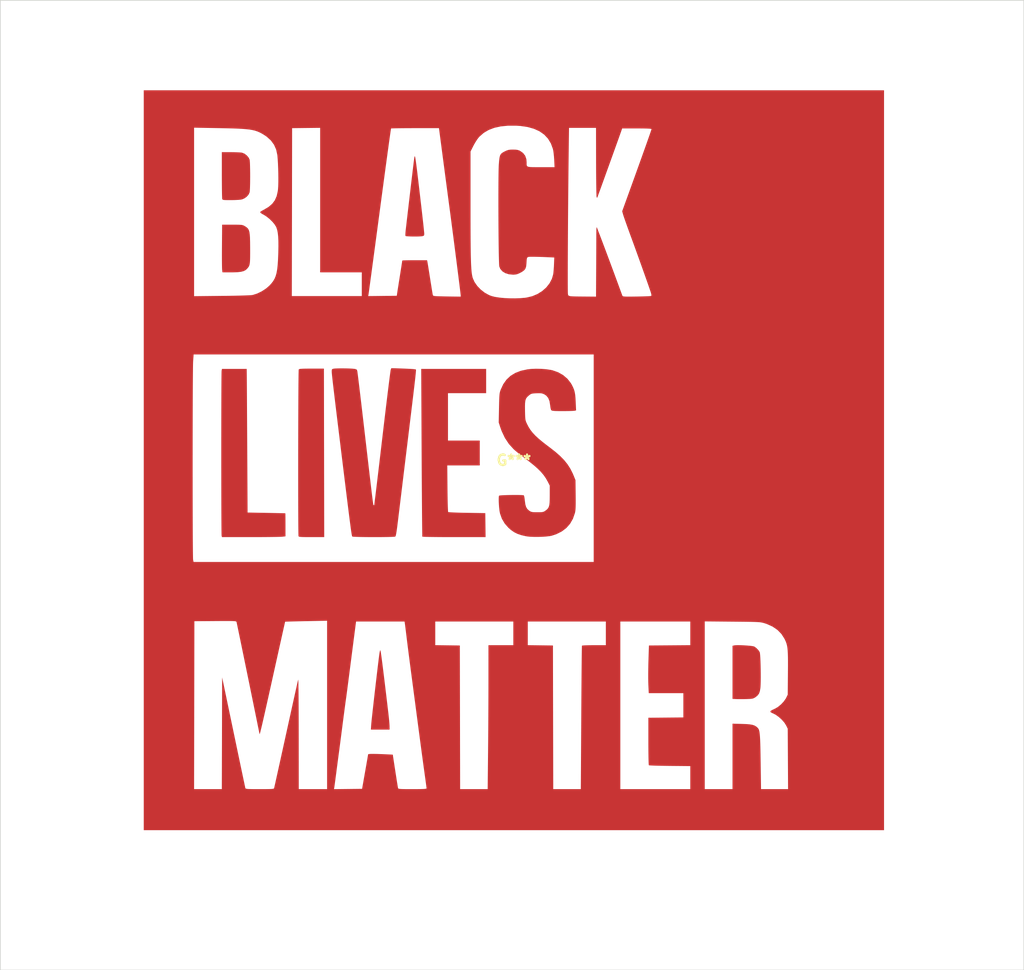
<source format=kicad_pcb>
(kicad_pcb (version 20200829) (generator pcbnew)

  (general
    (thickness 1.6)
  )

  (paper "A4")
  (layers
    (0 "F.Cu" signal)
    (31 "B.Cu" signal)
    (32 "B.Adhes" user)
    (33 "F.Adhes" user)
    (34 "B.Paste" user)
    (35 "F.Paste" user)
    (36 "B.SilkS" user)
    (37 "F.SilkS" user)
    (38 "B.Mask" user)
    (39 "F.Mask" user)
    (40 "Dwgs.User" user)
    (41 "Cmts.User" user)
    (42 "Eco1.User" user)
    (43 "Eco2.User" user)
    (44 "Edge.Cuts" user)
    (45 "Margin" user)
    (46 "B.CrtYd" user)
    (47 "F.CrtYd" user)
    (48 "B.Fab" user)
    (49 "F.Fab" user)
  )

  (setup
    (pcbplotparams
      (layerselection 0x010fc_ffffffff)
      (usegerberextensions false)
      (usegerberattributes true)
      (usegerberadvancedattributes true)
      (creategerberjobfile true)
      (svguseinch false)
      (svgprecision 6)
      (excludeedgelayer true)
      (linewidth 0.100000)
      (plotframeref false)
      (viasonmask false)
      (mode 1)
      (useauxorigin false)
      (hpglpennumber 1)
      (hpglpenspeed 20)
      (hpglpendiameter 15.000000)
      (psnegative false)
      (psa4output false)
      (plotreference true)
      (plotvalue true)
      (plotinvisibletext false)
      (sketchpadsonfab false)
      (subtractmaskfromsilk false)
      (outputformat 1)
      (mirror false)
      (drillshape 1)
      (scaleselection 1)
      (outputdirectory "")
    )
  )


  (net 0 "")

  (module "art:blm" (layer "F.Cu") (tedit 0) (tstamp ae94096d-8086-4a0e-96ec-29b0478563f5)
    (at 139.0142 101.6762)
    (attr through_hole)
    (fp_text reference "G***" (at 0 0) (layer "F.SilkS")
      (effects (font (size 1.524 1.524) (thickness 0.3)))
      (tstamp 1a1dc4f8-fcd9-44a0-ab1f-44886bf60c9c)
    )
    (fp_text value "LOGO" (at 0.75 0) (layer "F.SilkS") hide
      (effects (font (size 1.524 1.524) (thickness 0.3)))
      (tstamp 88a502b9-d9bb-4e22-bcc1-aa83061e896a)
    )
    (fp_poly (pts (xy 33.19272 27.09405)
      (xy 33.649813 27.111993)
      (xy 34.110424 27.140452)
      (xy 34.53597 27.177269)
      (xy 34.887869 27.220284)
      (xy 35.127538 27.267339)
      (xy 35.191384 27.290725)
      (xy 35.494155 27.506595)
      (xy 35.785297 27.808213)
      (xy 35.981641 28.098767)
      (xy 36.01622 28.248844)
      (xy 36.047597 28.541615)
      (xy 36.075261 28.950464)
      (xy 36.098702 29.448773)
      (xy 36.117408 30.009926)
      (xy 36.130869 30.607304)
      (xy 36.138574 31.214291)
      (xy 36.140012 31.804269)
      (xy 36.134673 32.350621)
      (xy 36.122046 32.826731)
      (xy 36.101619 33.205981)
      (xy 36.083241 33.393213)
      (xy 36.003889 33.844907)
      (xy 35.884776 34.176231)
      (xy 35.698892 34.435666)
      (xy 35.419229 34.671694)
      (xy 35.340355 34.72671)
      (xy 35.176906 34.827844)
      (xy 35.013573 34.895385)
      (xy 34.80859 34.937773)
      (xy 34.520191 34.963449)
      (xy 34.106612 34.980854)
      (xy 34.078334 34.981774)
      (xy 33.622545 34.992123)
      (xy 33.1587 34.9954)
      (xy 32.755409 34.991428)
      (xy 32.5755 34.985695)
      (xy 32.004 34.959597)
      (xy 32.004 27.181226)
      (xy 32.228367 27.124914)
      (xy 32.443414 27.098352)
      (xy 32.777726 27.088784)) (layer "F.Mask") (width 0) (tstamp 1119b6c8-ff57-4863-9c6d-bab0db098ef9))
    (fp_poly (pts (xy -39.103604 -12.2555)
      (xy -39.101476 -12.019668)
      (xy -39.098529 -11.627043)
      (xy -39.094838 -11.090165)
      (xy -39.090479 -10.421571)
      (xy -39.085528 -9.6338)
      (xy -39.080061 -8.739392)
      (xy -39.074152 -7.750884)
      (xy -39.067879 -6.680814)
      (xy -39.061316 -5.541723)
      (xy -39.05454 -4.346147)
      (xy -39.047625 -3.106626)
      (xy -39.040649 -1.835698)
      (xy -39.040104 -1.735666)
      (xy -38.989 7.662334)
      (xy -36.237333 7.712109)
      (xy -35.572893 7.724523)
      (xy -34.96492 7.736641)
      (xy -34.433497 7.748004)
      (xy -33.998709 7.758151)
      (xy -33.680639 7.766623)
      (xy -33.49937 7.772959)
      (xy -33.4645 7.775609)
      (xy -33.458039 7.860367)
      (xy -33.452374 8.088743)
      (xy -33.447826 8.435023)
      (xy -33.444716 8.873492)
      (xy -33.443365 9.378435)
      (xy -33.443333 9.470606)
      (xy -33.443333 11.151878)
      (xy -33.963753 11.206272)
      (xy -34.152617 11.217203)
      (xy -34.491732 11.2274)
      (xy -34.962018 11.23664)
      (xy -35.544393 11.2447)
      (xy -36.219776 11.251356)
      (xy -36.969087 11.256384)
      (xy -37.773243 11.259563)
      (xy -38.610545 11.260667)
      (xy -42.736917 11.260667)
      (xy -42.787969 11.070167)
      (xy -42.794812 10.961011)
      (xy -42.801165 10.694278)
      (xy -42.807028 10.281724)
      (xy -42.8124 9.735104)
      (xy -42.817282 9.066175)
      (xy -42.821673 8.286691)
      (xy -42.825572 7.408409)
      (xy -42.82898 6.443083)
      (xy -42.831897 5.402471)
      (xy -42.834322 4.298327)
      (xy -42.836255 3.142407)
      (xy -42.837696 1.946467)
      (xy -42.838644 0.722263)
      (xy -42.8391 -0.51845)
      (xy -42.839062 -1.763917)
      (xy -42.838532 -3.002381)
      (xy -42.837508 -4.222086)
      (xy -42.835991 -5.411278)
      (xy -42.833981 -6.5582)
      (xy -42.831476 -7.651096)
      (xy -42.828477 -8.678212)
      (xy -42.824983 -9.627791)
      (xy -42.820995 -10.488078)
      (xy -42.816513 -11.247317)
      (xy -42.811535 -11.893752)
      (xy -42.806062 -12.415628)
      (xy -42.800093 -12.801188)
      (xy -42.793629 -13.038679)
      (xy -42.788416 -13.11275)
      (xy -42.7355 -13.377333)
      (xy -39.116 -13.377333)) (layer "F.Mask") (width 0) (tstamp 18ba18d7-2a9d-474a-a841-3ce374df1084))
    (fp_poly (pts (xy -16.189867 -13.426604)
      (xy -15.660528 -13.405549)
      (xy -15.188887 -13.381333)
      (xy -14.801091 -13.355745)
      (xy -14.523282 -13.330574)
      (xy -14.381606 -13.30761)
      (xy -14.370133 -13.302068)
      (xy -14.358012 -13.287904)
      (xy -14.348317 -13.265253)
      (xy -14.342012 -13.22559)
      (xy -14.340062 -13.160389)
      (xy -14.343431 -13.061125)
      (xy -14.353083 -12.919274)
      (xy -14.369983 -12.72631)
      (xy -14.395095 -12.473708)
      (xy -14.429382 -12.152943)
      (xy -14.473811 -11.755491)
      (xy -14.529344 -11.272825)
      (xy -14.596946 -10.696422)
      (xy -14.677581 -10.017756)
      (xy -14.772214 -9.228302)
      (xy -14.881809 -8.319534)
      (xy -15.00733 -7.282928)
      (xy -15.149742 -6.10996)
      (xy -15.310009 -4.792102)
      (xy -15.489095 -3.320832)
      (xy -15.630564 -2.159)
      (xy -15.787435 -0.870749)
      (xy -15.942277 0.400849)
      (xy -16.093416 1.642029)
      (xy -16.239174 2.839027)
      (xy -16.377876 3.978079)
      (xy -16.507845 5.045419)
      (xy -16.627406 6.027284)
      (xy -16.734882 6.909909)
      (xy -16.828597 7.679531)
      (xy -16.906876 8.322384)
      (xy -16.968042 8.824704)
      (xy -17.010419 9.172727)
      (xy -17.01049 9.173308)
      (xy -17.099294 9.872651)
      (xy -17.176352 10.41274)
      (xy -17.243348 10.803121)
      (xy -17.301965 11.053341)
      (xy -17.353887 11.172944)
      (xy -17.364842 11.182845)
      (xy -17.479708 11.203672)
      (xy -17.73789 11.221188)
      (xy -18.116354 11.235427)
      (xy -18.592069 11.246425)
      (xy -19.142003 11.254215)
      (xy -19.743123 11.258833)
      (xy -20.372396 11.260314)
      (xy -21.006791 11.258693)
      (xy -21.623276 11.254005)
      (xy -22.198817 11.246284)
      (xy -22.710382 11.235565)
      (xy -23.13494 11.221883)
      (xy -23.449458 11.205274)
      (xy -23.630903 11.185772)
      (xy -23.666002 11.173299)
      (xy -23.685615 11.126751)
      (xy -23.708635 11.040488)
      (xy -23.736211 10.90579)
      (xy -23.769495 10.713936)
      (xy -23.809635 10.456205)
      (xy -23.857782 10.123878)
      (xy -23.915087 9.708233)
      (xy -23.982698 9.200549)
      (xy -24.061766 8.592107)
      (xy -24.153441 7.874184)
      (xy -24.258873 7.038062)
      (xy -24.379212 6.075018)
      (xy -24.515609 4.976333)
      (xy -24.669212 3.733286)
      (xy -24.841172 2.337156)
      (xy -24.97756 1.227667)
      (xy -25.200442 -0.587213)
      (xy -25.403424 -2.241508)
      (xy -25.587394 -3.742682)
      (xy -25.75324 -5.098203)
      (xy -25.901848 -6.315537)
      (xy -26.034108 -7.402151)
      (xy -26.150906 -8.36551)
      (xy -26.25313 -9.213081)
      (xy -26.341668 -9.952331)
      (xy -26.417408 -10.590727)
      (xy -26.481237 -11.135733)
      (xy -26.534043 -11.594817)
      (xy -26.576714 -11.975446)
      (xy -26.610137 -12.285085)
      (xy -26.6352 -12.531201)
      (xy -26.652791 -12.72126)
      (xy -26.663798 -12.862729)
      (xy -26.669107 -12.963075)
      (xy -26.669928 -13.006916)
      (xy -26.658239 -13.232171)
      (xy -26.598604 -13.344217)
      (xy -26.454356 -13.398806)
      (xy -26.405416 -13.409083)
      (xy -26.198707 -13.431026)
      (xy -25.863074 -13.445481)
      (xy -25.438751 -13.452691)
      (xy -24.965972 -13.452898)
      (xy -24.484969 -13.446343)
      (xy -24.035976 -13.433268)
      (xy -23.659226 -13.413917)
      (xy -23.413287 -13.391083)
      (xy -23.160592 -13.348462)
      (xy -23.025548 -13.283643)
      (xy -22.957112 -13.159702)
      (xy -22.926128 -13.038666)
      (xy -22.906158 -12.910068)
      (xy -22.868352 -12.626408)
      (xy -22.8143 -12.20084)
      (xy -22.745594 -11.646518)
      (xy -22.663828 -10.976595)
      (xy -22.570592 -10.204225)
      (xy -22.467479 -9.342562)
      (xy -22.356081 -8.404758)
      (xy -22.237989 -7.403968)
      (xy -22.114796 -6.353345)
      (xy -22.05511 -5.842)
      (xy -21.859003 -4.159374)
      (xy -21.681537 -2.636885)
      (xy -21.521729 -1.266475)
      (xy -21.378593 -0.040089)
      (xy -21.251146 1.050331)
      (xy -21.138403 2.01284)
      (xy -21.03938 2.855494)
      (xy -20.953093 3.58635)
      (xy -20.878556 4.213464)
      (xy -20.814787 4.744893)
      (xy -20.7608 5.188692)
      (xy -20.715611 5.552919)
      (xy -20.678236 5.845628)
      (xy -20.647691 6.074877)
      (xy -20.62299 6.248722)
      (xy -20.603151 6.375218)
      (xy -20.587188 6.462424)
      (xy -20.574117 6.518393)
      (xy -20.562954 6.551184)
      (xy -20.552715 6.568852)
      (xy -20.542415 6.579453)
      (xy -20.536777 6.584778)
      (xy -20.456953 6.599161)
      (xy -20.454565 6.596945)
      (xy -20.440383 6.509952)
      (xy -20.407835 6.265251)
      (xy -20.358184 5.873326)
      (xy -20.292694 5.344661)
      (xy -20.212629 4.689739)
      (xy -20.119251 3.919046)
      (xy -20.013825 3.043063)
      (xy -19.897613 2.072276)
      (xy -19.77188 1.017168)
      (xy -19.637889 -0.111778)
      (xy -19.496904 -1.304076)
      (xy -19.350188 -2.549244)
      (xy -19.270109 -3.230681)
      (xy -19.120068 -4.504245)
      (xy -18.974247 -5.73347)
      (xy -18.833973 -6.907589)
      (xy -18.700578 -8.015836)
      (xy -18.57539 -9.047443)
      (xy -18.459739 -9.991643)
      (xy -18.354954 -10.83767)
      (xy -18.262366 -11.574756)
      (xy -18.183303 -12.192135)
      (xy -18.119096 -12.67904)
      (xy -18.071073 -13.024703)
      (xy -18.040565 -13.218358)
      (xy -18.032244 -13.254951)
      (xy -17.944068 -13.486872)) (layer "F.Mask") (width 0) (tstamp 18f9d421-294d-4111-ba74-6436da4c129d))
    (fp_poly (pts (xy -14.486279 -44.484719)
      (xy -14.456323 -44.377578)
      (xy -14.42067 -44.19636)
      (xy -14.378006 -43.932105)
      (xy -14.327017 -43.575853)
      (xy -14.266388 -43.118644)
      (xy -14.194804 -42.551519)
      (xy -14.110951 -41.865517)
      (xy -14.013513 -41.051678)
      (xy -13.901178 -40.101043)
      (xy -13.772629 -39.00465)
      (xy -13.626553 -37.753541)
      (xy -13.545623 -37.059374)
      (xy -13.456024 -36.284239)
      (xy -13.372909 -35.552772)
      (xy -13.29833 -34.883946)
      (xy -13.234339 -34.296737)
      (xy -13.182987 -33.810119)
      (xy -13.146327 -33.443066)
      (xy -13.126409 -33.214553)
      (xy -13.123333 -33.154124)
      (xy -13.144397 -32.954488)
      (xy -13.240817 -32.859102)
      (xy -13.387916 -32.818916)
      (xy -13.608278 -32.792111)
      (xy -13.927808 -32.774767)
      (xy -14.309644 -32.766401)
      (xy -14.71692 -32.766527)
      (xy -15.112772 -32.774662)
      (xy -15.460335 -32.790321)
      (xy -15.722745 -32.813021)
      (xy -15.863138 -32.842276)
      (xy -15.875576 -32.851599)
      (xy -15.889568 -32.968767)
      (xy -15.882938 -33.21141)
      (xy -15.857513 -33.537168)
      (xy -15.838155 -33.719433)
      (xy -15.74845 -34.494286)
      (xy -15.651372 -35.329241)
      (xy -15.54885 -36.20797)
      (xy -15.442815 -37.114145)
      (xy -15.335195 -38.031439)
      (xy -15.227921 -38.943524)
      (xy -15.122924 -39.834071)
      (xy -15.022132 -40.686754)
      (xy -14.927477 -41.485243)
      (xy -14.840888 -42.213213)
      (xy -14.764294 -42.854334)
      (xy -14.699627 -43.392278)
      (xy -14.648816 -43.810719)
      (xy -14.61379 -44.093328)
      (xy -14.596625 -44.222872)
      (xy -14.575432 -44.351715)
      (xy -14.555115 -44.451281)
      (xy -14.534361 -44.512611)
      (xy -14.511854 -44.526743)) (layer "F.Mask") (width 0) (tstamp 1e97f3c3-b7ee-48ab-80d6-f1beb4565017))
    (fp_poly (pts (xy -40.693876 -34.500453)
      (xy -40.295294 -34.494687)
      (xy -40.007804 -34.481185)
      (xy -39.802287 -34.45676)
      (xy -39.649624 -34.418229)
      (xy -39.520697 -34.362404)
      (xy -39.414419 -34.302764)
      (xy -39.198505 -34.166461)
      (xy -39.025644 -34.026814)
      (xy -38.891007 -33.863916)
      (xy -38.789765 -33.657861)
      (xy -38.717089 -33.38874)
      (xy -38.66815 -33.036648)
      (xy -38.638119 -32.581676)
      (xy -38.622166 -32.003919)
      (xy -38.615464 -31.283469)
      (xy -38.614441 -31.004962)
      (xy -38.613418 -30.290535)
      (xy -38.617337 -29.723345)
      (xy -38.629778 -29.2813)
      (xy -38.65432 -28.94231)
      (xy -38.694541 -28.684283)
      (xy -38.754023 -28.485128)
      (xy -38.836343 -28.322755)
      (xy -38.945081 -28.175071)
      (xy -39.083817 -28.019987)
      (xy -39.101079 -28.001509)
      (xy -39.310147 -27.826419)
      (xy -39.580606 -27.695656)
      (xy -39.935671 -27.60435)
      (xy -40.398557 -27.547632)
      (xy -40.99248 -27.520631)
      (xy -41.412179 -27.516666)
      (xy -42.661624 -27.516666)
      (xy -42.712868 -27.8765)
      (xy -42.723953 -28.042659)
      (xy -42.732863 -28.356545)
      (xy -42.739436 -28.796562)
      (xy -42.743507 -29.341116)
      (xy -42.744914 -29.968611)
      (xy -42.743495 -30.657454)
      (xy -42.739222 -31.369)
      (xy -42.714333 -34.501666)
      (xy -41.232666 -34.501666)) (layer "F.Mask") (width 0) (tstamp 4c55562d-8e3e-4673-8792-c39427a999bf))
    (fp_poly (pts (xy 54.186667 54.186667)
      (xy -54.186666 54.186667)
      (xy -54.186666 48.178363)
      (xy -26.339574 48.178363)
      (xy -24.282287 48.155681)
      (xy -22.225 48.133)
      (xy -21.784711 45.635334)
      (xy -21.673905 45.005481)
      (xy -21.573046 44.429721)
      (xy -21.485794 43.929142)
      (xy -21.415809 43.524834)
      (xy -21.366751 43.237888)
      (xy -21.342281 43.089394)
      (xy -21.340211 43.074167)
      (xy -21.253656 43.038961)
      (xy -21.002104 43.018866)
      (xy -20.589217 43.013895)
      (xy -20.018656 43.02406)
      (xy -19.294083 43.049374)
      (xy -18.920992 43.065608)
      (xy -17.733652 43.119931)
      (xy -17.368167 45.499465)
      (xy -17.272207 46.120304)
      (xy -17.182822 46.691189)
      (xy -17.103671 47.189322)
      (xy -17.038417 47.591903)
      (xy -16.990719 47.876133)
      (xy -16.964238 48.019213)
      (xy -16.962302 48.027167)
      (xy -16.938052 48.073503)
      (xy -16.880444 48.109089)
      (xy -16.769534 48.135326)
      (xy -16.585377 48.153615)
      (xy -16.308028 48.165357)
      (xy -15.917542 48.171954)
      (xy -15.393973 48.174806)
      (xy -14.853294 48.175334)
      (xy -14.179439 48.17346)
      (xy -13.658894 48.167288)
      (xy -13.275673 48.155989)
      (xy -13.013791 48.138736)
      (xy -12.85726 48.114702)
      (xy -12.790093 48.083058)
      (xy -12.784666 48.068235)
      (xy -12.796064 47.957946)
      (xy -12.828125 47.703883)
      (xy -12.877652 47.32992)
      (xy -12.941448 46.859927)
      (xy -13.016314 46.317776)
      (xy -13.082368 45.845735)
      (xy -13.156202 45.315318)
      (xy -13.248129 44.64561)
      (xy -13.35429 43.865225)
      (xy -13.470827 43.002777)
      (xy -13.593882 42.086879)
      (xy -13.719597 41.146145)
      (xy -13.844115 40.20919)
      (xy -13.93266 39.539334)
      (xy -14.065296 38.53379)
      (xy -14.211186 37.428457)
      (xy -14.364758 36.265524)
      (xy -14.520435 35.087186)
      (xy -14.672643 33.935633)
      (xy -14.815808 32.853058)
      (xy -14.944355 31.881653)
      (xy -14.984208 31.580667)
      (xy -15.098195 30.715883)
      (xy -15.21378 29.831527)
      (xy -15.327175 28.957087)
      (xy -15.434593 28.122049)
      (xy -15.532245 27.355901)
      (xy -15.616345 26.68813)
      (xy -15.683105 26.148224)
      (xy -15.701945 25.992667)
      (xy -15.769055 25.438605)
      (xy -15.832086 24.926218)
      (xy -15.887356 24.484821)
      (xy -15.931183 24.143723)
      (xy -15.959883 23.932238)
      (xy -15.9652 23.897167)
      (xy -16.009673 23.622)
      (xy -11.514666 23.622)
      (xy -11.514666 27.089966)
      (xy -9.7155 27.112816)
      (xy -7.916333 27.135667)
      (xy -7.894836 37.6555)
      (xy -7.873338 48.175334)
      (xy -3.837794 48.175334)
      (xy -3.781635 42.650834)
      (xy -3.770856 41.497317)
      (xy -3.760754 40.235861)
      (xy -3.751529 38.904007)
      (xy -3.743382 37.539294)
      (xy -3.736511 36.179265)
      (xy -3.731119 34.861458)
      (xy -3.727404 33.623414)
      (xy -3.725568 32.502674)
      (xy -3.725404 32.109834)
      (xy -3.725333 27.093334)
      (xy -0.084666 27.093334)
      (xy -0.084666 23.622)
      (xy 2.032 23.622)
      (xy 2.032 27.090031)
      (xy 5.715 27.135667)
      (xy 5.736498 37.6555)
      (xy 5.757995 48.175334)
      (xy 9.798666 48.175334)
      (xy 9.861285 37.697834)
      (xy 9.869466 36.379453)
      (xy 9.877944 35.107997)
      (xy 9.886621 33.893737)
      (xy 9.895399 32.746945)
      (xy 9.904179 31.677893)
      (xy 9.912863 30.696853)
      (xy 9.921352 29.814097)
      (xy 9.929548 29.039896)
      (xy 9.937353 28.384523)
      (xy 9.944668 27.85825)
      (xy 9.951394 27.471348)
      (xy 9.957434 27.23409)
      (xy 9.962283 27.156834)
      (xy 10.054728 27.137687)
      (xy 10.290684 27.120855)
      (xy 10.644334 27.107264)
      (xy 11.089861 27.097841)
      (xy 11.601449 27.093512)
      (xy 11.73133 27.093334)
      (xy 13.462 27.093334)
      (xy 13.462 23.622)
      (xy 15.578667 23.622)
      (xy 15.578667 48.175334)
      (xy 25.823334 48.175334)
      (xy 27.94 48.175334)
      (xy 32.004 48.175334)
      (xy 32.004 38.590597)
      (xy 33.379834 38.623258)
      (xy 34.025558 38.647269)
      (xy 34.529617 38.689512)
      (xy 34.919306 38.75698)
      (xy 35.221919 38.856666)
      (xy 35.464753 38.995563)
      (xy 35.675101 39.180665)
      (xy 35.713123 39.221065)
      (xy 35.788159 39.318205)
      (xy 35.852265 39.442825)
      (xy 35.906557 39.608787)
      (xy 35.952148 39.829951)
      (xy 35.990152 40.12018)
      (xy 36.021684 40.493335)
      (xy 36.047859 40.963277)
      (xy 36.06979 41.543868)
      (xy 36.088591 42.248969)
      (xy 36.105378 43.092441)
      (xy 36.121265 44.088147)
      (xy 36.124965 44.344167)
      (xy 36.179526 48.175334)
      (xy 40.139089 48.175334)
      (xy 40.114378 43.7515)
      (xy 40.089667 39.327667)
      (xy 39.853088 38.845906)
      (xy 39.5865 38.427138)
      (xy 39.209878 37.998651)
      (xy 38.767422 37.599681)
      (xy 38.303333 37.269463)
      (xy 37.861812 37.04723)
      (xy 37.803667 37.026754)
      (xy 37.626961 36.937038)
      (xy 37.549794 36.835722)
      (xy 37.549667 36.832172)
      (xy 37.565107 36.758168)
      (xy 37.631452 36.68726)
      (xy 37.778741 36.599731)
      (xy 38.037013 36.475861)
      (xy 38.216488 36.394435)
      (xy 38.652237 36.137151)
      (xy 39.095631 35.771806)
      (xy 39.494975 35.348338)
      (xy 39.798576 34.91668)
      (xy 39.853607 34.813035)
      (xy 40.089667 34.332334)
      (xy 40.116456 31.166481)
      (xy 40.122927 30.232401)
      (xy 40.123898 29.448896)
      (xy 40.11749 28.797249)
      (xy 40.10182 28.258741)
      (xy 40.07501 27.814653)
      (xy 40.035178 27.446267)
      (xy 39.980444 27.134864)
      (xy 39.908928 26.861726)
      (xy 39.818748 26.608134)
      (xy 39.708025 26.355369)
      (xy 39.613667 26.161661)
      (xy 39.171512 25.46379)
      (xy 38.59605 24.86983)
      (xy 37.88827 24.380549)
      (xy 37.049159 23.996714)
      (xy 36.660064 23.867806)
      (xy 36.507456 23.823939)
      (xy 36.35797 23.787209)
      (xy 36.195119 23.756822)
      (xy 36.002414 23.731987)
      (xy 35.76337 23.711911)
      (xy 35.461496 23.695802)
      (xy 35.080306 23.682868)
      (xy 34.603311 23.672317)
      (xy 34.014025 23.663356)
      (xy 33.295958 23.655194)
      (xy 32.432623 23.647037)
      (xy 31.982834 23.643075)
      (xy 27.94 23.607864)
      (xy 27.94 48.175334)
      (xy 25.823334 48.175334)
      (xy 25.823334 44.80028)
      (xy 22.824617 44.773307)
      (xy 22.127381 44.765127)
      (xy 21.48362 44.75391)
      (xy 20.912983 44.740281)
      (xy 20.435116 44.724862)
      (xy 20.069668 44.708278)
      (xy 19.836285 44.691152)
      (xy 19.75545 44.675847)
      (xy 19.740174 44.578493)
      (xy 19.726037 44.33007)
      (xy 19.713406 43.948842)
      (xy 19.702648 43.453071)
      (xy 19.694127 42.861021)
      (xy 19.688211 42.190953)
      (xy 19.685265 41.461133)
      (xy 19.685 41.16218)
      (xy 19.685 37.719)
      (xy 24.807334 37.674184)
      (xy 24.807334 34.120667)
      (xy 19.744937 34.120667)
      (xy 19.683873 32.899125)
      (xy 19.669693 32.464528)
      (xy 19.66273 31.901441)
      (xy 19.66284 31.250548)
      (xy 19.669879 30.552535)
      (xy 19.683702 29.848084)
      (xy 19.696237 29.406625)
      (xy 19.769667 27.135667)
      (xy 22.7965 27.113431)
      (xy 25.823334 27.091195)
      (xy 25.823334 23.622)
      (xy 15.578667 23.622)
      (xy 13.462 23.622)
      (xy 2.032 23.622)
      (xy -0.084666 23.622)
      (xy -11.514666 23.622)
      (xy -16.009673 23.622)
      (xy -23.103624 23.622)
      (xy -23.153675 23.981834)
      (xy -23.17383 24.132863)
      (xy -23.213399 24.434965)
      (xy -23.270197 24.871264)
      (xy -23.342037 25.424882)
      (xy -23.426732 26.078944)
      (xy -23.522097 26.816573)
      (xy -23.625945 27.620891)
      (xy -23.736089 28.475023)
      (xy -23.792603 28.913667)
      (xy -23.937097 30.035177)
      (xy -24.061898 31.002943)
      (xy -24.168871 31.831175)
      (xy -24.259882 32.534085)
      (xy -24.336796 33.125884)
      (xy -24.401481 33.620782)
      (xy -24.455801 34.032991)
      (xy -24.501622 34.376722)
      (xy -24.54081 34.666186)
      (xy -24.575232 34.915593)
      (xy -24.606752 35.139154)
      (xy -24.637236 35.351082)
      (xy -24.642987 35.390667)
      (xy -24.671901 35.598778)
      (xy -24.719484 35.952502)
      (xy -24.782796 36.429501)
      (xy -24.858897 37.00744)
      (xy -24.944846 37.663981)
      (xy -25.037705 38.376789)
      (xy -25.134531 39.123526)
      (xy -25.144508 39.200667)
      (xy -25.24205 39.954012)
      (xy -25.336245 40.679505)
      (xy -25.42408 41.354109)
      (xy -25.502548 41.954783)
      (xy -25.568637 42.45849)
      (xy -25.619338 42.84219)
      (xy -25.65164 43.082845)
      (xy -25.653353 43.095334)
      (xy -25.690195 43.367957)
      (xy -25.744168 43.773865)
      (xy -25.810707 44.278402)
      (xy -25.885249 44.846916)
      (xy -25.963229 45.444752)
      (xy -25.993495 45.677667)
      (xy -26.068189 46.249609)
      (xy -26.138269 46.779673)
      (xy -26.199968 47.239882)
      (xy -26.249519 47.602256)
      (xy -26.283157 47.838817)
      (xy -26.292916 47.901681)
      (xy -26.339574 48.178363)
      (xy -54.186666 48.178363)
      (xy -54.186666 48.175334)
      (xy -46.821235 48.175334)
      (xy -42.757509 48.175334)
      (xy -42.735921 39.994274)
      (xy -42.714333 31.813215)
      (xy -41.035532 39.846108)
      (xy -40.796712 40.988331)
      (xy -40.567193 42.085087)
      (xy -40.349403 43.124825)
      (xy -40.145771 44.095996)
      (xy -39.958725 44.987051)
      (xy -39.790694 45.786438)
      (xy -39.644107 46.482608)
      (xy -39.521392 47.064012)
      (xy -39.424977 47.519099)
      (xy -39.357292 47.83632)
      (xy -39.320764 48.004124)
      (xy -39.315326 48.027167)
      (xy -39.290699 48.073562)
      (xy -39.2327 48.109179)
      (xy -39.121347 48.135424)
      (xy -38.936655 48.153703)
      (xy -38.658642 48.165425)
      (xy -38.267326 48.171996)
      (xy -37.742722 48.174822)
      (xy -37.211 48.175334)
      (xy -36.564677 48.17449)
      (xy -36.067666 48.171022)
      (xy -35.699952 48.163523)
      (xy -35.441518 48.150584)
      (xy -35.272348 48.1308)
      (xy -35.172425 48.102763)
      (xy -35.121735 48.065066)
      (xy -35.103226 48.027167)
      (xy -35.07893 47.924634)
      (xy -35.020961 47.668431)
      (xy -34.931916 47.270291)
      (xy -34.81439 46.741948)
      (xy -34.670977 46.095134)
      (xy -34.504272 45.341585)
      (xy -34.316872 44.493032)
      (xy -34.111371 43.56121)
      (xy -33.890364 42.557852)
      (xy -33.656447 41.494692)
      (xy -33.412214 40.383463)
      (xy -33.356982 40.132)
      (xy -33.110156 39.008906)
      (xy -32.872559 37.929322)
      (xy -32.646837 36.905193)
      (xy -32.435639 35.948467)
      (xy -32.241613 35.071087)
      (xy -32.067407 34.285001)
      (xy -31.915669 33.602154)
      (xy -31.789046 33.034492)
      (xy -31.690188 32.59396)
      (xy -31.621741 32.292505)
      (xy -31.586353 32.142073)
      (xy -31.583431 32.131)
      (xy -31.572583 32.175219)
      (xy -31.562163 32.379016)
      (xy -31.552269 32.732633)
      (xy -31.542999 33.226316)
      (xy -31.534453 33.850307)
      (xy -31.526729 34.594852)
      (xy -31.519926 35.450195)
      (xy -31.514142 36.406579)
      (xy -31.509475 37.454248)
      (xy -31.506026 38.583446)
      (xy -31.503891 39.784418)
      (xy -31.503636 40.026167)
      (xy -31.496 48.175334)
      (xy -27.347333 48.175334)
      (xy -27.347333 23.511191)
      (xy -30.414732 23.571883)
      (xy -31.116949 23.586194)
      (xy -31.763174 23.600167)
      (xy -32.334497 23.61333)
      (xy -32.812003 23.625215)
      (xy -33.176782 23.635349)
      (xy -33.40992 23.643263)
      (xy -33.492491 23.648454)
      (xy -33.511882 23.731526)
      (xy -33.565412 23.968702)
      (xy -33.650583 24.348761)
      (xy -33.764899 24.860487)
      (xy -33.905861 25.49266)
      (xy -34.070971 26.23406)
      (xy -34.257732 27.073469)
      (xy -34.463645 27.999669)
      (xy -34.686214 29.00144)
      (xy -34.922939 30.067563)
      (xy -35.171324 31.18682)
      (xy -35.296253 31.75)
      (xy -35.608923 33.158558)
      (xy -35.887275 34.409822)
      (xy -36.133212 35.511916)
      (xy -36.348635 36.472959)
      (xy -36.535448 37.301074)
      (xy -36.695551 38.004382)
      (xy -36.830848 38.591005)
      (xy -36.943241 39.069064)
      (xy -37.034631 39.446681)
      (xy -37.106921 39.731977)
      (xy -37.162012 39.933073)
      (xy -37.201808 40.058092)
      (xy -37.22821 40.115154)
      (xy -37.243121 40.112381)
      (xy -37.247603 40.081525)
      (xy -37.265199 39.984983)
      (xy -37.314139 39.73637)
      (xy -37.3916 39.349469)
      (xy -37.494758 38.838059)
      (xy -37.620791 38.215921)
      (xy -37.766876 37.496835)
      (xy -37.930189 36.694583)
      (xy -38.107906 35.822943)
      (xy -38.297205 34.895698)
      (xy -38.495262 33.926628)
      (xy -38.699255 32.929513)
      (xy -38.906359 31.918134)
      (xy -39.113752 30.906271)
      (xy -39.318611 29.907706)
      (xy -39.518111 28.936217)
      (xy -39.709431 28.005587)
      (xy -39.889747 27.129596)
      (xy -40.056234 26.322024)
      (xy -40.206072 25.596652)
      (xy -40.336435 24.96726)
      (xy -40.444501 24.44763)
      (xy -40.527447 24.051541)
      (xy -40.582449 23.792774)
      (xy -40.606684 23.685109)
      (xy -40.606878 23.68445)
      (xy -40.627782 23.645417)
      (xy -40.675309 23.614064)
      (xy -40.765845 23.589723)
      (xy -40.915777 23.571722)
      (xy -41.141491 23.559394)
      (xy -41.459372 23.552067)
      (xy -41.885807 23.549074)
      (xy -42.437183 23.549744)
      (xy -43.129886 23.553408)
      (xy -43.715205 23.55745)
      (xy -46.778333 23.579667)
      (xy -46.799784 35.8775)
      (xy -46.821235 48.175334)
      (xy -54.186666 48.175334)
      (xy -54.186666 1.099093)
      (xy -47.030913 1.099093)
      (xy -47.030529 2.460342)
      (xy -47.029572 3.802323)
      (xy -47.028041 5.114251)
      (xy -47.025933 6.385339)
      (xy -47.023246 7.604799)
      (xy -47.01998 8.761846)
      (xy -47.016133 9.845692)
      (xy -47.011702 10.845551)
      (xy -47.006687 11.750636)
      (xy -47.001085 12.55016)
      (xy -46.994895 13.233336)
      (xy -46.988115 13.789378)
      (xy -46.980744 14.207499)
      (xy -46.972779 14.476911)
      (xy -46.964997 14.583834)
      (xy -46.89766 14.901334)
      (xy 11.684 14.901334)
      (xy 11.684 -15.494)
      (xy -46.888629 -15.494)
      (xy -46.960481 -14.499166)
      (xy -46.969039 -14.296649)
      (xy -46.97705 -13.94081)
      (xy -46.984514 -13.442436)
      (xy -46.991428 -12.812315)
      (xy -46.99779 -12.061232)
      (xy -47.0036 -11.199975)
      (xy -47.008855 -10.239331)
      (xy -47.013553 -9.190086)
      (xy -47.017694 -8.063027)
      (xy -47.021275 -6.86894)
      (xy -47.024294 -5.618613)
      (xy -47.026751 -4.322832)
      (xy -47.028643 -2.992384)
      (xy -47.029968 -1.638056)
      (xy -47.030725 -0.270635)
      (xy -47.030913 1.099093)
      (xy -54.186666 1.099093)
      (xy -54.186666 -24.029075)
      (xy -46.820666 -24.029075)
      (xy -45.513654 -24.042366)
      (xy -21.339971 -24.042366)
      (xy -19.243241 -24.065016)
      (xy -17.14651 -24.087666)
      (xy -17.076857 -24.553333)
      (xy -17.043974 -24.767656)
      (xy -16.989005 -25.119653)
      (xy -16.916607 -25.579791)
      (xy -16.831433 -26.118534)
      (xy -16.73814 -26.706348)
      (xy -16.673935 -27.109633)
      (xy -16.582632 -27.684201)
      (xy -16.500876 -28.20216)
      (xy -16.432264 -28.640448)
      (xy -16.380388 -28.976006)
      (xy -16.348846 -29.185774)
      (xy -16.340666 -29.247467)
      (xy -16.260083 -29.261353)
      (xy -16.03466 -29.273623)
      (xy -15.688888 -29.283639)
      (xy -15.247259 -29.290763)
      (xy -14.734263 -29.294358)
      (xy -14.52706 -29.294666)
      (xy -12.713454 -29.294666)
      (xy -12.664246 -29.061833)
      (xy -12.637975 -28.916517)
      (xy -12.589753 -28.629215)
      (xy -12.523693 -28.225257)
      (xy -12.443908 -27.729974)
      (xy -12.354512 -27.168694)
      (xy -12.275826 -26.67)
      (xy -12.18165 -26.073385)
      (xy -12.093775 -25.521931)
      (xy -12.016293 -25.040915)
      (xy -11.953299 -24.655614)
      (xy -11.908887 -24.391304)
      (xy -11.889035 -24.281756)
      (xy -11.854542 -24.162476)
      (xy -11.78645 -24.091353)
      (xy -11.645354 -24.052859)
      (xy -11.39185 -24.03146)
      (xy -11.233561 -24.023412)
      (xy -10.934808 -24.012287)
      (xy -10.512704 -24.000838)
      (xy -10.013225 -23.990106)
      (xy -9.482349 -23.981133)
      (xy -9.2075 -23.97749)
      (xy -7.789333 -23.960666)
      (xy -7.789333 -24.158737)
      (xy -7.799965 -24.271194)
      (xy -7.83056 -24.536328)
      (xy -7.879172 -24.938904)
      (xy -7.943851 -25.463689)
      (xy -8.022651 -26.095448)
      (xy -8.113622 -26.818949)
      (xy -8.214818 -27.618957)
      (xy -8.324289 -28.480239)
      (xy -8.440089 -29.38756)
      (xy -8.560268 -30.325688)
      (xy -8.682879 -31.279389)
      (xy -8.805974 -32.233428)
      (xy -8.927604 -33.172573)
      (xy -9.045823 -34.081589)
      (xy -9.158681 -34.945243)
      (xy -9.26423 -35.748301)
      (xy -9.360523 -36.475529)
      (xy -9.445612 -37.111694)
      (xy -9.447584 -37.126333)
      (xy -9.499742 -37.51541)
      (xy -9.571131 -38.050684)
      (xy -9.658877 -38.710467)
      (xy -9.760103 -39.473074)
      (xy -9.871935 -40.316817)
      (xy -9.991496 -41.220008)
      (xy -10.115913 -42.160962)
      (xy -10.24231 -43.11799)
      (xy -10.317519 -43.688)
      (xy -10.51893 -45.215076)
      (xy -6.35 -45.215076)
      (xy -6.349794 -37.318371)
      (xy -6.349062 -35.797298)
      (xy -6.346743 -34.435612)
      (xy -6.342528 -33.223373)
      (xy -6.336108 -32.150638)
      (xy -6.327173 -31.207468)
      (xy -6.315414 -30.38392)
      (xy -6.300521 -29.670054)
      (xy -6.282186 -29.055929)
      (xy -6.260098 -28.531603)
      (xy -6.233949 -28.087136)
      (xy -6.20343 -27.712586)
      (xy -6.16823 -27.398012)
      (xy -6.128041 -27.133473)
      (xy -6.082554 -26.909028)
      (xy -6.031458 -26.714735)
      (xy -6.018532 -26.672146)
      (xy -5.760837 -26.094518)
      (xy -5.365552 -25.529065)
      (xy -4.863533 -25.005272)
      (xy -4.285634 -24.552625)
      (xy -3.662712 -24.200609)
      (xy -3.271503 -24.047145)
      (xy -2.76464 -23.921268)
      (xy -2.128787 -23.822773)
      (xy -1.402318 -23.753303)
      (xy -0.623609 -23.714499)
      (xy 0.168965 -23.708006)
      (xy 0.937028 -23.735466)
      (xy 1.642206 -23.798521)
      (xy 1.856075 -23.827646)
      (xy 2.682603 -24.023609)
      (xy 3.44995 -24.345703)
      (xy 4.139925 -24.778148)
      (xy 4.734336 -25.305165)
      (xy 5.214992 -25.910974)
      (xy 5.563703 -26.579796)
      (xy 5.667674 -26.934906)
      (xy 7.886011 -26.934906)
      (xy 7.886387 -26.175025)
      (xy 7.888202 -25.531783)
      (xy 7.891516 -25.016611)
      (xy 7.89639 -24.640941)
      (xy 7.902881 -24.416207)
      (xy 7.907649 -24.358181)
      (xy 7.929453 -24.249211)
      (xy 7.961981 -24.164196)
      (xy 8.024565 -24.099986)
      (xy 8.136536 -24.053434)
      (xy 8.317227 -24.021393)
      (xy 8.58597 -24.000715)
      (xy 8.962098 -23.988252)
      (xy 9.464942 -23.980857)
      (xy 10.113834 -23.975381)
      (xy 10.265834 -23.974216)
      (xy 12.022667 -23.960666)
      (xy 12.043834 -27.8765)
      (xy 12.048234 -28.727367)
      (xy 12.052219 -29.569519)
      (xy 12.055698 -30.378721)
      (xy 12.058582 -31.130735)
      (xy 12.060783 -31.801324)
      (xy 12.062212 -32.366251)
      (xy 12.062779 -32.80128)
      (xy 12.062655 -32.996945)
      (xy 12.065626 -33.420337)
      (xy 12.075384 -33.769931)
      (xy 12.090559 -34.017694)
      (xy 12.109783 -34.135596)
      (xy 12.118466 -34.139945)
      (xy 12.15961 -34.049535)
      (xy 12.25352 -33.815818)
      (xy 12.394342 -33.454351)
      (xy 12.576224 -32.98069)
      (xy 12.793312 -32.410392)
      (xy 13.039754 -31.759014)
      (xy 13.309697 -31.042112)
      (xy 13.597288 -30.275243)
      (xy 13.896673 -29.473963)
      (xy 14.202 -28.65383)
      (xy 14.507416 -27.830399)
      (xy 14.807067 -27.019228)
      (xy 15.095102 -26.235873)
      (xy 15.199704 -25.950333)
      (xy 15.387067 -25.438794)
      (xy 15.557477 -24.97447)
      (xy 15.701377 -24.583328)
      (xy 15.809209 -24.291334)
      (xy 15.871416 -24.124454)
      (xy 15.879882 -24.102338)
      (xy 15.908221 -24.05406)
      (xy 15.964086 -24.017489)
      (xy 16.067809 -23.991406)
      (xy 16.239723 -23.974591)
      (xy 16.50016 -23.965823)
      (xy 16.869452 -23.963882)
      (xy 17.367932 -23.967548)
      (xy 17.996298 -23.975338)
      (xy 18.570459 -23.985521)
      (xy 19.087994 -23.999392)
      (xy 19.524955 -24.015924)
      (xy 19.857392 -24.034095)
      (xy 20.061357 -24.052879)
      (xy 20.114979 -24.065954)
      (xy 20.130987 -24.178352)
      (xy 20.09769 -24.387782)
      (xy 20.070669 -24.489287)
      (xy 20.001788 -24.703746)
      (xy 19.881508 -25.059007)
      (xy 19.716349 -25.536753)
      (xy 19.512831 -26.118667)
      (xy 19.277473 -26.78643)
      (xy 19.016796 -27.521725)
      (xy 18.737319 -28.306236)
      (xy 18.445563 -29.121643)
      (xy 18.148046 -29.94963)
      (xy 17.85129 -30.771879)
      (xy 17.561813 -31.570072)
      (xy 17.286135 -32.325893)
      (xy 17.124706 -32.766)
      (xy 16.882728 -33.427564)
      (xy 16.653465 -34.060967)
      (xy 16.445192 -34.642845)
      (xy 16.266184 -35.149835)
      (xy 16.124715 -35.558576)
      (xy 16.029061 -35.845705)
      (xy 15.997501 -35.948486)
      (xy 15.850976 -36.463972)
      (xy 16.903992 -39.377486)
      (xy 17.407541 -40.772024)
      (xy 17.875879 -42.071683)
      (xy 18.306817 -43.270308)
      (xy 18.698168 -44.361744)
      (xy 19.047741 -45.339836)
      (xy 19.35335 -46.198429)
      (xy 19.612806 -46.931369)
      (xy 19.823919 -47.532501)
      (xy 19.984502 -47.995669)
      (xy 20.092366 -48.314719)
      (xy 20.145322 -48.483495)
      (xy 20.150667 -48.508343)
      (xy 20.076181 -48.539883)
      (xy 19.849989 -48.564491)
      (xy 19.467992 -48.582337)
      (xy 18.926089 -48.593595)
      (xy 18.220181 -48.598437)
      (xy 17.99944 -48.598666)
      (xy 15.848212 -48.598666)
      (xy 15.679472 -48.111833)
      (xy 15.599749 -47.884924)
      (xy 15.473368 -47.529137)
      (xy 15.306659 -47.062051)
      (xy 15.105954 -46.501244)
      (xy 14.877582 -45.864295)
      (xy 14.627874 -45.168782)
      (xy 14.363163 -44.432284)
      (xy 14.089777 -43.67238)
      (xy 13.81405 -42.906647)
      (xy 13.54231 -42.152666)
      (xy 13.28089 -41.428014)
      (xy 13.03612 -40.75027)
      (xy 12.81433 -40.137012)
      (xy 12.621853 -39.60582)
      (xy 12.465018 -39.174271)
      (xy 12.350157 -38.859944)
      (xy 12.2836 -38.680419)
      (xy 12.271938 -38.650333)
      (xy 12.168239 -38.396333)
      (xy 12.103892 -38.608)
      (xy 12.092001 -38.729621)
      (xy 12.080535 -39.004861)
      (xy 12.069716 -39.418008)
      (xy 12.059768 -39.953347)
      (xy 12.050913 -40.595165)
      (xy 12.043372 -41.327748)
      (xy 12.037369 -42.135382)
      (xy 12.033126 -43.002355)
      (xy 12.031106 -43.7515)
      (xy 12.022667 -48.683333)
      (xy 8.066209 -48.683333)
      (xy 8.012714 -44.555833)
      (xy 7.998629 -43.418239)
      (xy 7.985092 -42.225801)
      (xy 7.972162 -40.98995)
      (xy 7.959898 -39.72212)
      (xy 7.948361 -38.433742)
      (xy 7.93761 -37.136248)
      (xy 7.927703 -35.84107)
      (xy 7.918701 -34.559641)
      (xy 7.910663 -33.303393)
      (xy 7.903649 -32.083759)
      (xy 7.897718 -30.912169)
      (xy 7.892929 -29.800057)
      (xy 7.889342 -28.758854)
      (xy 7.887016 -27.799993)
      (xy 7.886011 -26.934906)
      (xy 5.667674 -26.934906)
      (xy 5.745804 -27.201751)
      (xy 5.783064 -27.467068)
      (xy 5.819606 -27.84744)
      (xy 5.850848 -28.288633)
      (xy 5.869704 -28.668118)
      (xy 5.909534 -29.69257)
      (xy 4.761713 -29.747618)
      (xy 4.239665 -29.769385)
      (xy 3.685312 -29.787089)
      (xy 3.167573 -29.798811)
      (xy 2.782226 -29.802666)
      (xy 2.406141 -29.803672)
      (xy 2.153278 -29.788076)
      (xy 1.997284 -29.727963)
      (xy 1.911808 -29.595414)
      (xy 1.870496 -29.362514)
      (xy 1.846997 -29.001346)
      (xy 1.835831 -28.800091)
      (xy 1.788877 -28.373355)
      (xy 1.686545 -28.060198)
      (xy 1.499254 -27.816294)
      (xy 1.197424 -27.597317)
      (xy 0.936987 -27.453166)
      (xy 0.593295 -27.291859)
      (xy 0.301475 -27.207837)
      (xy -0.023792 -27.179122)
      (xy -0.131221 -27.178)
      (xy -0.738249 -27.235884)
      (xy -1.262859 -27.401869)
      (xy -1.685828 -27.664456)
      (xy -1.987933 -28.012145)
      (xy -2.138389 -28.378731)
      (xy -2.156059 -28.538157)
      (xy -2.172732 -28.851383)
      (xy -2.188338 -29.302877)
      (xy -2.202804 -29.877109)
      (xy -2.216061 -30.558547)
      (xy -2.228036 -31.331661)
      (xy -2.238659 -32.180919)
      (xy -2.247858 -33.090791)
      (xy -2.255562 -34.045745)
      (xy -2.2617 -35.03025)
      (xy -2.266201 -36.028776)
      (xy -2.268994 -37.02579)
      (xy -2.270007 -38.005763)
      (xy -2.26917 -38.953162)
      (xy -2.26641 -39.852458)
      (xy -2.261658 -40.688118)
      (xy -2.254842 -41.444612)
      (xy -2.24589 -42.106409)
      (xy -2.234731 -42.657978)
      (xy -2.221295 -43.083787)
      (xy -2.206995 -43.349333)
      (xy -2.16154 -43.894206)
      (xy -2.110107 -44.299536)
      (xy -2.038845 -44.594929)
      (xy -1.9339 -44.809992)
      (xy -1.781419 -44.974333)
      (xy -1.56755 -45.117557)
      (xy -1.317944 -45.249447)
      (xy -1.029056 -45.381797)
      (xy -0.773136 -45.457759)
      (xy -0.480104 -45.492187)
      (xy -0.136394 -45.499925)
      (xy 0.270343 -45.488628)
      (xy 0.565914 -45.446273)
      (xy 0.807149 -45.363028)
      (xy 0.889 -45.322551)
      (xy 1.343307 -45.002699)
      (xy 1.654018 -44.595729)
      (xy 1.824601 -44.095702)
      (xy 1.862667 -43.655311)
      (xy 1.860358 -43.42916)
      (xy 1.866436 -43.255123)
      (xy 1.900409 -43.126411)
      (xy 1.981784 -43.036237)
      (xy 2.130068 -42.977815)
      (xy 2.364769 -42.944357)
      (xy 2.705395 -42.929076)
      (xy 3.171452 -42.925186)
      (xy 3.782448 -42.925898)
      (xy 3.958842 -42.926)
      (xy 5.952235 -42.926)
      (xy 5.89957 -44.0055)
      (xy 5.867632 -44.472812)
      (xy 5.820425 -44.931397)
      (xy 5.764499 -45.326427)
      (xy 5.710489 -45.58839)
      (xy 5.413783 -46.397094)
      (xy 4.991266 -47.095796)
      (xy 4.441997 -47.685092)
      (xy 3.765037 -48.165576)
      (xy 2.959446 -48.537842)
      (xy 2.024286 -48.802484)
      (xy 0.958615 -48.960098)
      (xy 0.316446 -49.001383)
      (xy -0.875759 -48.998862)
      (xy -1.938447 -48.893933)
      (xy -2.878579 -48.684429)
      (xy -3.703117 -48.36818)
      (xy -4.419021 -47.943019)
      (xy -5.033252 -47.406776)
      (xy -5.127113 -47.305466)
      (xy -5.337463 -47.035633)
      (xy -5.579836 -46.669672)
      (xy -5.81692 -46.265943)
      (xy -5.935319 -46.041424)
      (xy -6.35 -45.215076)
      (xy -10.51893 -45.215076)
      (xy -10.970789 -48.641)
      (xy -14.453085 -48.641)
      (xy -15.204764 -48.639814)
      (xy -15.903128 -48.636429)
      (xy -16.530161 -48.631101)
      (xy -17.067847 -48.624086)
      (xy -17.498169 -48.615642)
      (xy -17.803111 -48.606026)
      (xy -17.964656 -48.595494)
      (xy -17.985661 -48.590641)
      (xy -18.002521 -48.502309)
      (xy -18.04032 -48.255537)
      (xy -18.09777 -47.859753)
      (xy -18.173578 -47.324385)
      (xy -18.266456 -46.658862)
      (xy -18.375114 -45.872611)
      (xy -18.498262 -44.97506)
      (xy -18.634609 -43.975637)
      (xy -18.782866 -42.883771)
      (xy -18.941742 -41.708889)
      (xy -19.109948 -40.46042)
      (xy -19.286193 -39.147791)
      (xy -19.469189 -37.780431)
      (xy -19.642252 -36.483307)
      (xy -19.83052 -35.071204)
      (xy -20.013148 -33.703427)
      (xy -20.188845 -32.389553)
      (xy -20.356318 -31.139155)
      (xy -20.514278 -29.96181)
      (xy -20.661432 -28.867091)
      (xy -20.796488 -27.864575)
      (xy -20.918157 -26.963836)
      (xy -21.025145 -26.174449)
      (xy -21.116163 -25.505989)
      (xy -21.189918 -24.968031)
      (xy -21.245119 -24.570151)
      (xy -21.280475 -24.321922)
      (xy -21.294268 -24.23435)
      (xy -21.339971 -24.042366)
      (xy -45.513654 -24.042366)
      (xy -45.221884 -24.045333)
      (xy -32.512568 -24.045333)
      (xy -22.267333 -24.045333)
      (xy -22.267333 -27.516666)
      (xy -28.363333 -27.516666)
      (xy -28.363333 -48.686344)
      (xy -30.4165 -48.663672)
      (xy -32.469666 -48.641)
      (xy -32.491117 -36.343166)
      (xy -32.512568 -24.045333)
      (xy -45.221884 -24.045333)
      (xy -42.7355 -24.070617)
      (xy -41.728467 -24.082809)
      (xy -40.82642 -24.0977)
      (xy -40.039764 -24.114977)
      (xy -39.378904 -24.134326)
      (xy -38.854243 -24.155434)
      (xy -38.476188 -24.177989)
      (xy -38.255142 -24.201676)
      (xy -38.232369 -24.20614)
      (xy -37.575007 -24.417718)
      (xy -36.902489 -24.746638)
      (xy -36.275515 -25.158848)
      (xy -35.80578 -25.567379)
      (xy -35.497641 -25.902149)
      (xy -35.243298 -26.236186)
      (xy -35.037109 -26.590393)
      (xy -34.873433 -26.985675)
      (xy -34.746628 -27.442935)
      (xy -34.651051 -27.983077)
      (xy -34.581063 -28.627004)
      (xy -34.53102 -29.395622)
      (xy -34.495281 -30.309832)
      (xy -34.491487 -30.437165)
      (xy -34.473845 -31.364807)
      (xy -34.480366 -32.142251)
      (xy -34.512556 -32.787107)
      (xy -34.57192 -33.316986)
      (xy -34.659962 -33.749499)
      (xy -34.778186 -34.102258)
      (xy -34.811022 -34.176586)
      (xy -35.032507 -34.537633)
      (xy -35.363622 -34.934854)
      (xy -35.763276 -35.32724)
      (xy -36.190378 -35.673784)
      (xy -36.533666 -35.895764)
      (xy -36.88039 -36.090769)
      (xy -37.083413 -36.226875)
      (xy -37.143936 -36.332808)
      (xy -37.063157 -36.437294)
      (xy -36.842275 -36.56906)
      (xy -36.567738 -36.712254)
      (xy -35.895147 -37.119258)
      (xy -35.374607 -37.570842)
      (xy -34.990143 -38.09057)
      (xy -34.725781 -38.702007)
      (xy -34.565549 -39.428718)
      (xy -34.530876 -39.71704)
      (xy -34.503045 -40.14383)
      (xy -34.488061 -40.700765)
      (xy -34.485127 -41.349208)
      (xy -34.493446 -42.050522)
      (xy -34.512224 -42.76607)
      (xy -34.540664 -43.457213)
      (xy -34.57797 -44.085316)
      (xy -34.623346 -44.611739)
      (xy -34.633621 -44.704)
      (xy -34.803819 -45.498532)
      (xy -35.119973 -46.210171)
      (xy -35.583983 -46.841695)
      (xy -36.197749 -47.395884)
      (xy -36.703 -47.730788)
      (xy -37.002793 -47.9004)
      (xy -37.292188 -48.045847)
      (xy -37.587033 -48.169272)
      (xy -37.903177 -48.272821)
      (xy -38.256468 -48.358638)
      (xy -38.662755 -48.428868)
      (xy -39.137888 -48.485654)
      (xy -39.697713 -48.531142)
      (xy -40.358081 -48.567475)
      (xy -41.134839 -48.596799)
      (xy -42.043837 -48.621259)
      (xy -43.100923 -48.642997)
      (xy -43.4975 -48.65016)
      (xy -46.820666 -48.708708)
      (xy -46.820666 -24.029075)
      (xy -54.186666 -24.029075)
      (xy -54.186666 -54.186666)
      (xy 54.186667 -54.186666)) (layer "F.Mask") (width 0) (tstamp 57b6b8b2-f3bc-49bf-b441-3e43e98a8a81))
    (fp_poly (pts (xy -4.064 -9.821333)
      (xy -9.652 -9.821333)
      (xy -9.652 -2.878666)
      (xy -4.995333 -2.878666)
      (xy -4.995333 0.762)
      (xy -9.755315 0.762)
      (xy -9.72461 4.141825)
      (xy -9.716188 4.88304)
      (xy -9.705115 5.571551)
      (xy -9.69193 6.188914)
      (xy -9.677173 6.71669)
      (xy -9.661384 7.136435)
      (xy -9.645101 7.429708)
      (xy -9.628864 7.578068)
      (xy -9.623702 7.591992)
      (xy -9.524747 7.6105)
      (xy -9.277317 7.62985)
      (xy -8.902264 7.649189)
      (xy -8.420436 7.667662)
      (xy -7.852685 7.684416)
      (xy -7.219861 7.698597)
      (xy -6.872248 7.704667)
      (xy -4.191 7.747)
      (xy -4.168115 9.503834)
      (xy -4.145231 11.260667)
      (xy -8.756285 11.260667)
      (xy -9.623687 11.259534)
      (xy -10.439276 11.256277)
      (xy -11.187523 11.251108)
      (xy -11.852894 11.244239)
      (xy -12.419859 11.235883)
      (xy -12.872887 11.22625)
      (xy -13.196444 11.215554)
      (xy -13.375001 11.204007)
      (xy -13.40592 11.197167)
      (xy -13.410837 11.106583)
      (xy -13.416426 10.856153)
      (xy -13.422607 10.455366)
      (xy -13.429302 9.913706)
      (xy -13.436434 9.240661)
      (xy -13.443925 8.445717)
      (xy -13.451697 7.538362)
      (xy -13.459671 6.52808)
      (xy -13.46777 5.42436)
      (xy -13.475916 4.236688)
      (xy -13.48403 2.974549)
      (xy -13.492035 1.647432)
      (xy -13.499853 0.264822)
      (xy -13.507191 -1.121833)
      (xy -13.569882 -13.377333)
      (xy -4.064 -13.377333)) (layer "F.Mask") (width 0) (tstamp 6e7aa13b-e7e5-4d37-97aa-f2e244958c24))
    (fp_poly (pts (xy -19.521831 27.92224)
      (xy -19.481171 28.158005)
      (xy -19.424428 28.542295)
      (xy -19.351319 29.077331)
      (xy -19.261564 29.765334)
      (xy -19.154881 30.608525)
      (xy -19.030989 31.609126)
      (xy -18.889607 32.769357)
      (xy -18.730453 34.09144)
      (xy -18.553245 35.577596)
      (xy -18.376566 37.070171)
      (xy -18.31852 37.58863)
      (xy -18.268744 38.08402)
      (xy -18.230776 38.517021)
      (xy -18.20815 38.848312)
      (xy -18.203333 38.996337)
      (xy -18.203333 39.454667)
      (xy -20.936154 39.454667)
      (xy -20.888666 38.713834)
      (xy -20.870954 38.508112)
      (xy -20.83529 38.15338)
      (xy -20.783869 37.668756)
      (xy -20.718888 37.07336)
      (xy -20.642546 36.38631)
      (xy -20.557038 35.626727)
      (xy -20.464562 34.813729)
      (xy -20.367315 33.966435)
      (xy -20.267493 33.103965)
      (xy -20.167294 32.245439)
      (xy -20.068914 31.409974)
      (xy -19.974551 30.616692)
      (xy -19.886402 29.88471)
      (xy -19.806664 29.233148)
      (xy -19.737533 28.681125)
      (xy -19.720587 28.548643)
      (xy -19.669704 28.214839)
      (xy -19.616545 27.968203)
      (xy -19.568774 27.840283)
      (xy -19.546688 27.832778)) (layer "F.Mask") (width 0) (tstamp 88383569-a353-4fa2-995f-f87cc31b436a))
    (fp_poly (pts (xy 3.937493 -13.389368)
      (xy 4.666536 -13.334373)
      (xy 5.325197 -13.241372)
      (xy 5.679691 -13.164437)
      (xy 6.495452 -12.875613)
      (xy 7.221644 -12.458924)
      (xy 7.841339 -11.927248)
      (xy 8.337611 -11.293463)
      (xy 8.492452 -11.024445)
      (xy 8.675288 -10.653109)
      (xy 8.810278 -10.313876)
      (xy 8.90636 -9.966134)
      (xy 8.97247 -9.56927)
      (xy 9.017546 -9.082671)
      (xy 9.049298 -8.494084)
      (xy 9.101667 -7.293834)
      (xy 8.85825 -7.24525)
      (xy 8.695645 -7.229379)
      (xy 8.396671 -7.21568)
      (xy 7.994286 -7.205069)
      (xy 7.521452 -7.198459)
      (xy 7.107464 -7.196666)
      (xy 6.536834 -7.199476)
      (xy 6.113644 -7.208977)
      (xy 5.816076 -7.226783)
      (xy 5.622315 -7.254503)
      (xy 5.510542 -7.29375)
      (xy 5.479898 -7.316864)
      (xy 5.409414 -7.464844)
      (xy 5.347741 -7.734842)
      (xy 5.308176 -8.051645)
      (xy 5.210775 -8.648643)
      (xy 5.025703 -9.111027)
      (xy 4.745358 -9.453391)
      (xy 4.485256 -9.631108)
      (xy 4.280499 -9.729278)
      (xy 4.085342 -9.786862)
      (xy 3.847786 -9.811746)
      (xy 3.515829 -9.811815)
      (xy 3.330837 -9.806169)
      (xy 2.954049 -9.788739)
      (xy 2.699075 -9.760005)
      (xy 2.518395 -9.70764)
      (xy 2.364495 -9.619312)
      (xy 2.239083 -9.522879)
      (xy 2.018349 -9.331822)
      (xy 1.855233 -9.147731)
      (xy 1.74177 -8.941497)
      (xy 1.669995 -8.684009)
      (xy 1.631941 -8.346157)
      (xy 1.619643 -7.898831)
      (xy 1.625134 -7.312919)
      (xy 1.625699 -7.281333)
      (xy 1.636145 -6.762307)
      (xy 1.649268 -6.378295)
      (xy 1.670236 -6.094994)
      (xy 1.704217 -5.878104)
      (xy 1.756376 -5.693323)
      (xy 1.831883 -5.506349)
      (xy 1.922495 -5.311174)
      (xy 2.159019 -4.856813)
      (xy 2.429832 -4.432566)
      (xy 2.752478 -4.020243)
      (xy 3.144499 -3.601656)
      (xy 3.623439 -3.158615)
      (xy 4.20684 -2.672931)
      (xy 4.912245 -2.126415)
      (xy 5.207 -1.905649)
      (xy 6.057368 -1.243988)
      (xy 6.768975 -0.621308)
      (xy 7.36089 -0.015236)
      (xy 7.85218 0.5966)
      (xy 8.261912 1.236571)
      (xy 8.609154 1.92705)
      (xy 8.743443 2.243667)
      (xy 9.017 2.921)
      (xy 9.042258 5.061972)
      (xy 9.048548 5.772263)
      (xy 9.048114 6.337179)
      (xy 9.039998 6.78058)
      (xy 9.023239 7.126327)
      (xy 8.99688 7.39828)
      (xy 8.959959 7.6203)
      (xy 8.935004 7.728972)
      (xy 8.644217 8.572625)
      (xy 8.225086 9.305965)
      (xy 7.678388 9.928228)
      (xy 7.004899 10.438653)
      (xy 6.205397 10.836478)
      (xy 5.545667 11.054528)
      (xy 5.184824 11.123798)
      (xy 4.699357 11.176845)
      (xy 4.133291 11.212651)
      (xy 3.530649 11.230196)
      (xy 2.935457 11.228462)
      (xy 2.391741 11.20643)
      (xy 1.943524 11.163081)
      (xy 1.808497 11.141016)
      (xy 1.103991 10.981713)
      (xy 0.523078 10.786878)
      (xy 0.020593 10.534962)
      (xy -0.448627 10.204417)
      (xy -0.802223 9.895369)
      (xy -1.346268 9.276275)
      (xy -1.762235 8.567256)
      (xy -2.034066 7.799231)
      (xy -2.115907 7.366)
      (xy -2.162512 6.942501)
      (xy -2.19648 6.498622)
      (xy -2.216886 6.069445)
      (xy -2.222807 5.690055)
      (xy -2.213318 5.395536)
      (xy -2.187494 5.220972)
      (xy -2.173153 5.193335)
      (xy -2.065349 5.166226)
      (xy -1.819639 5.142496)
      (xy -1.467184 5.12256)
      (xy -1.039144 5.106831)
      (xy -0.566682 5.095723)
      (xy -0.080958 5.089651)
      (xy 0.386866 5.089027)
      (xy 0.80563 5.094267)
      (xy 1.144173 5.105783)
      (xy 1.371332 5.12399)
      (xy 1.453693 5.14516)
      (xy 1.499099 5.263203)
      (xy 1.547425 5.504852)
      (xy 1.590212 5.824762)
      (xy 1.601435 5.937153)
      (xy 1.672183 6.455594)
      (xy 1.786061 6.842689)
      (xy 1.959237 7.134264)
      (xy 2.207879 7.366147)
      (xy 2.26424 7.405905)
      (xy 2.425379 7.504886)
      (xy 2.585753 7.567744)
      (xy 2.789351 7.602516)
      (xy 3.080165 7.617241)
      (xy 3.435951 7.62)
      (xy 3.831617 7.616976)
      (xy 4.102154 7.601879)
      (xy 4.291738 7.565673)
      (xy 4.444545 7.499322)
      (xy 4.604753 7.393791)
      (xy 4.629647 7.37584)
      (xy 4.838963 7.20929)
      (xy 4.995534 7.036613)
      (xy 5.106851 6.830655)
      (xy 5.1804 6.564257)
      (xy 5.223672 6.210263)
      (xy 5.244153 5.741518)
      (xy 5.249333 5.130864)
      (xy 5.249334 5.128591)
      (xy 5.249334 3.721106)
      (xy 4.959856 3.15172)
      (xy 4.67651 2.649013)
      (xy 4.34503 2.172316)
      (xy 3.946906 1.702399)
      (xy 3.463631 1.220031)
      (xy 2.876693 0.705981)
      (xy 2.167585 0.141017)
      (xy 1.778 -0.154182)
      (xy 1.327256 -0.496544)
      (xy 0.886041 -0.841137)
      (xy 0.487232 -1.161597)
      (xy 0.163702 -1.431561)
      (xy -0.031095 -1.604974)
      (xy -0.737065 -2.382418)
      (xy -1.32508 -3.271623)
      (xy -1.80026 -4.280987)
      (xy -1.994656 -4.825675)
      (xy -2.222652 -5.529977)
      (xy -2.181255 -7.654489)
      (xy -2.167508 -8.316566)
      (xy -2.153628 -8.834541)
      (xy -2.137254 -9.233627)
      (xy -2.116025 -9.539041)
      (xy -2.087577 -9.775998)
      (xy -2.04955 -9.969712)
      (xy -1.999581 -10.1454)
      (xy -1.935309 -10.328276)
      (xy -1.929295 -10.344464)
      (xy -1.558664 -11.139432)
      (xy -1.082911 -11.809634)
      (xy -0.497278 -12.358321)
      (xy 0.202993 -12.788739)
      (xy 1.02266 -13.104137)
      (xy 1.966481 -13.307762)
      (xy 2.503101 -13.370137)
      (xy 3.196778 -13.402557)) (layer "F.Mask") (width 0) (tstamp ab285190-4f4b-4534-9d85-20037d986f64))
    (fp_poly (pts (xy -41.4655 -45.123646)
      (xy -40.981639 -45.11766)
      (xy -40.52766 -45.103707)
      (xy -40.144674 -45.083638)
      (xy -39.873795 -45.059302)
      (xy -39.807173 -45.049008)
      (xy -39.450616 -44.908812)
      (xy -39.10938 -44.65426)
      (xy -38.836047 -44.333421)
      (xy -38.692092 -44.029628)
      (xy -38.666661 -43.849697)
      (xy -38.646083 -43.530227)
      (xy -38.630376 -43.100943)
      (xy -38.619558 -42.591568)
      (xy -38.613645 -42.031829)
      (xy -38.612656 -41.45145)
      (xy -38.616608 -40.880157)
      (xy -38.625519 -40.347673)
      (xy -38.639407 -39.883723)
      (xy -38.658288 -39.518034)
      (xy -38.682182 -39.280328)
      (xy -38.689253 -39.243)
      (xy -38.842556 -38.905025)
      (xy -39.120102 -38.589072)
      (xy -39.477812 -38.335635)
      (xy -39.830215 -38.194871)
      (xy -40.053505 -38.160137)
      (xy -40.40271 -38.13111)
      (xy -40.834436 -38.110365)
      (xy -41.305292 -38.100475)
      (xy -41.429617 -38.1)
      (xy -41.907084 -38.100965)
      (xy -42.242038 -38.106535)
      (xy -42.461297 -38.12072)
      (xy -42.59168 -38.147532)
      (xy -42.660006 -38.190983)
      (xy -42.693094 -38.255082)
      (xy -42.703302 -38.2905)
      (xy -42.714637 -38.415374)
      (xy -42.725157 -38.69008)
      (xy -42.734571 -39.095115)
      (xy -42.74259 -39.610978)
      (xy -42.748924 -40.218167)
      (xy -42.753284 -40.897182)
      (xy -42.755379 -41.628519)
      (xy -42.75551 -41.804166)
      (xy -42.756666 -45.127333)) (layer "F.Mask") (width 0) (tstamp c7a4a996-210f-41cd-98ad-98fce82ec43f))
    (fp_poly (pts (xy -27.79155 -1.0795)
      (xy -27.7701 11.260667)
      (xy -29.623992 11.260667)
      (xy -30.238499 11.259341)
      (xy -30.704407 11.254395)
      (xy -31.042435 11.244369)
      (xy -31.273304 11.22781)
      (xy -31.417734 11.203259)
      (xy -31.496445 11.169262)
      (xy -31.529275 11.126742)
      (xy -31.537892 11.020782)
      (xy -31.545684 10.757732)
      (xy -31.552666 10.349205)
      (xy -31.558853 9.806815)
      (xy -31.56426 9.142174)
      (xy -31.568902 8.366895)
      (xy -31.572793 7.492593)
      (xy -31.575949 6.530879)
      (xy -31.578385 5.493368)
      (xy -31.580115 4.391672)
      (xy -31.581154 3.237404)
      (xy -31.581518 2.042178)
      (xy -31.581222 0.817607)
      (xy -31.58028 -0.424696)
      (xy -31.578707 -1.673118)
      (xy -31.576518 -2.916046)
      (xy -31.573729 -4.141866)
      (xy -31.570353 -5.338965)
      (xy -31.566407 -6.495731)
      (xy -31.561905 -7.60055)
      (xy -31.556861 -8.641808)
      (xy -31.551292 -9.607893)
      (xy -31.545211 -10.487192)
      (xy -31.538634 -11.26809)
      (xy -31.531576 -11.938976)
      (xy -31.524051 -12.488236)
      (xy -31.516075 -12.904257)
      (xy -31.507663 -13.175426)
      (xy -31.498829 -13.290129)
      (xy -31.497851 -13.292666)
      (xy -31.446789 -13.335725)
      (xy -31.341462 -13.368127)
      (xy -31.161082 -13.391275)
      (xy -30.884858 -13.406571)
      (xy -30.491999 -13.415418)
      (xy -29.961717 -13.419219)
      (xy -29.615314 -13.419666)
      (xy -27.813 -13.419666)) (layer "F.Mask") (width 0) (tstamp dbb6cdf1-4f16-4a6f-bbc5-a18e0accb482))
  )

  (module "art:blm-cu" (layer "F.Cu") (tedit 0) (tstamp c7bd7b08-511e-4664-946f-01fd916df31c)
    (at 139.0142 101.6762)
    (attr through_hole)
    (fp_text reference "G***" (at 0 0) (layer "F.SilkS")
      (effects (font (size 1.524 1.524) (thickness 0.3)))
      (tstamp b14d1666-6267-4a34-8e89-c1bac678ef0a)
    )
    (fp_text value "LOGO" (at 0.75 0) (layer "F.SilkS") hide
      (effects (font (size 1.524 1.524) (thickness 0.3)))
      (tstamp 1b9d5850-89dd-4017-8ceb-c3ab04815e15)
    )
    (fp_poly (pts (xy 54.186667 54.186667)
      (xy -54.186666 54.186667)
      (xy -54.186666 48.178363)
      (xy -26.339574 48.178363)
      (xy -24.282287 48.155681)
      (xy -22.225 48.133)
      (xy -21.784711 45.635334)
      (xy -21.673905 45.005481)
      (xy -21.573046 44.429721)
      (xy -21.485794 43.929142)
      (xy -21.415809 43.524834)
      (xy -21.366751 43.237888)
      (xy -21.342281 43.089394)
      (xy -21.340211 43.074167)
      (xy -21.253656 43.038961)
      (xy -21.002104 43.018866)
      (xy -20.589217 43.013895)
      (xy -20.018656 43.02406)
      (xy -19.294083 43.049374)
      (xy -18.920992 43.065608)
      (xy -17.733652 43.119931)
      (xy -17.368167 45.499465)
      (xy -17.272207 46.120304)
      (xy -17.182822 46.691189)
      (xy -17.103671 47.189322)
      (xy -17.038417 47.591903)
      (xy -16.990719 47.876133)
      (xy -16.964238 48.019213)
      (xy -16.962302 48.027167)
      (xy -16.938052 48.073503)
      (xy -16.880444 48.109089)
      (xy -16.769534 48.135326)
      (xy -16.585377 48.153615)
      (xy -16.308028 48.165357)
      (xy -15.917542 48.171954)
      (xy -15.393973 48.174806)
      (xy -14.853294 48.175334)
      (xy -14.179439 48.17346)
      (xy -13.658894 48.167288)
      (xy -13.275673 48.155989)
      (xy -13.013791 48.138736)
      (xy -12.85726 48.114702)
      (xy -12.790093 48.083058)
      (xy -12.784666 48.068235)
      (xy -12.796064 47.957946)
      (xy -12.828125 47.703883)
      (xy -12.877652 47.32992)
      (xy -12.941448 46.859927)
      (xy -13.016314 46.317776)
      (xy -13.082368 45.845735)
      (xy -13.156202 45.315318)
      (xy -13.248129 44.64561)
      (xy -13.35429 43.865225)
      (xy -13.470827 43.002777)
      (xy -13.593882 42.086879)
      (xy -13.719597 41.146145)
      (xy -13.844115 40.20919)
      (xy -13.93266 39.539334)
      (xy -14.065296 38.53379)
      (xy -14.211186 37.428457)
      (xy -14.364758 36.265524)
      (xy -14.520435 35.087186)
      (xy -14.672643 33.935633)
      (xy -14.815808 32.853058)
      (xy -14.944355 31.881653)
      (xy -14.984208 31.580667)
      (xy -15.098195 30.715883)
      (xy -15.21378 29.831527)
      (xy -15.327175 28.957087)
      (xy -15.434593 28.122049)
      (xy -15.532245 27.355901)
      (xy -15.616345 26.68813)
      (xy -15.683105 26.148224)
      (xy -15.701945 25.992667)
      (xy -15.769055 25.438605)
      (xy -15.832086 24.926218)
      (xy -15.887356 24.484821)
      (xy -15.931183 24.143723)
      (xy -15.959883 23.932238)
      (xy -15.9652 23.897167)
      (xy -16.009673 23.622)
      (xy -11.514666 23.622)
      (xy -11.514666 27.089966)
      (xy -9.7155 27.112816)
      (xy -7.916333 27.135667)
      (xy -7.894836 37.6555)
      (xy -7.873338 48.175334)
      (xy -3.837794 48.175334)
      (xy -3.781635 42.650834)
      (xy -3.770856 41.497317)
      (xy -3.760754 40.235861)
      (xy -3.751529 38.904007)
      (xy -3.743382 37.539294)
      (xy -3.736511 36.179265)
      (xy -3.731119 34.861458)
      (xy -3.727404 33.623414)
      (xy -3.725568 32.502674)
      (xy -3.725404 32.109834)
      (xy -3.725333 27.093334)
      (xy -0.084666 27.093334)
      (xy -0.084666 23.622)
      (xy 2.032 23.622)
      (xy 2.032 27.090031)
      (xy 5.715 27.135667)
      (xy 5.736498 37.6555)
      (xy 5.757995 48.175334)
      (xy 9.798666 48.175334)
      (xy 9.861285 37.697834)
      (xy 9.869466 36.379453)
      (xy 9.877944 35.107997)
      (xy 9.886621 33.893737)
      (xy 9.895399 32.746945)
      (xy 9.904179 31.677893)
      (xy 9.912863 30.696853)
      (xy 9.921352 29.814097)
      (xy 9.929548 29.039896)
      (xy 9.937353 28.384523)
      (xy 9.944668 27.85825)
      (xy 9.951394 27.471348)
      (xy 9.957434 27.23409)
      (xy 9.962283 27.156834)
      (xy 10.054728 27.137687)
      (xy 10.290684 27.120855)
      (xy 10.644334 27.107264)
      (xy 11.089861 27.097841)
      (xy 11.601449 27.093512)
      (xy 11.73133 27.093334)
      (xy 13.462 27.093334)
      (xy 13.462 23.622)
      (xy 15.578667 23.622)
      (xy 15.578667 48.175334)
      (xy 25.823334 48.175334)
      (xy 27.94 48.175334)
      (xy 32.004 48.175334)
      (xy 32.004 38.590597)
      (xy 33.379834 38.623258)
      (xy 34.025558 38.647269)
      (xy 34.529617 38.689512)
      (xy 34.919306 38.75698)
      (xy 35.221919 38.856666)
      (xy 35.464753 38.995563)
      (xy 35.675101 39.180665)
      (xy 35.713123 39.221065)
      (xy 35.788159 39.318205)
      (xy 35.852265 39.442825)
      (xy 35.906557 39.608787)
      (xy 35.952148 39.829951)
      (xy 35.990152 40.12018)
      (xy 36.021684 40.493335)
      (xy 36.047859 40.963277)
      (xy 36.06979 41.543868)
      (xy 36.088591 42.248969)
      (xy 36.105378 43.092441)
      (xy 36.121265 44.088147)
      (xy 36.124965 44.344167)
      (xy 36.179526 48.175334)
      (xy 40.139089 48.175334)
      (xy 40.114378 43.7515)
      (xy 40.089667 39.327667)
      (xy 39.853088 38.845906)
      (xy 39.5865 38.427138)
      (xy 39.209878 37.998651)
      (xy 38.767422 37.599681)
      (xy 38.303333 37.269463)
      (xy 37.861812 37.04723)
      (xy 37.803667 37.026754)
      (xy 37.626961 36.937038)
      (xy 37.549794 36.835722)
      (xy 37.549667 36.832172)
      (xy 37.565107 36.758168)
      (xy 37.631452 36.68726)
      (xy 37.778741 36.599731)
      (xy 38.037013 36.475861)
      (xy 38.216488 36.394435)
      (xy 38.652237 36.137151)
      (xy 39.095631 35.771806)
      (xy 39.494975 35.348338)
      (xy 39.798576 34.91668)
      (xy 39.853607 34.813035)
      (xy 40.089667 34.332334)
      (xy 40.116456 31.166481)
      (xy 40.122927 30.232401)
      (xy 40.123898 29.448896)
      (xy 40.11749 28.797249)
      (xy 40.10182 28.258741)
      (xy 40.07501 27.814653)
      (xy 40.035178 27.446267)
      (xy 39.980444 27.134864)
      (xy 39.908928 26.861726)
      (xy 39.818748 26.608134)
      (xy 39.708025 26.355369)
      (xy 39.613667 26.161661)
      (xy 39.171512 25.46379)
      (xy 38.59605 24.86983)
      (xy 37.88827 24.380549)
      (xy 37.049159 23.996714)
      (xy 36.660064 23.867806)
      (xy 36.507456 23.823939)
      (xy 36.35797 23.787209)
      (xy 36.195119 23.756822)
      (xy 36.002414 23.731987)
      (xy 35.76337 23.711911)
      (xy 35.461496 23.695802)
      (xy 35.080306 23.682868)
      (xy 34.603311 23.672317)
      (xy 34.014025 23.663356)
      (xy 33.295958 23.655194)
      (xy 32.432623 23.647037)
      (xy 31.982834 23.643075)
      (xy 27.94 23.607864)
      (xy 27.94 48.175334)
      (xy 25.823334 48.175334)
      (xy 25.823334 44.80028)
      (xy 22.824617 44.773307)
      (xy 22.127381 44.765127)
      (xy 21.48362 44.75391)
      (xy 20.912983 44.740281)
      (xy 20.435116 44.724862)
      (xy 20.069668 44.708278)
      (xy 19.836285 44.691152)
      (xy 19.75545 44.675847)
      (xy 19.740174 44.578493)
      (xy 19.726037 44.33007)
      (xy 19.713406 43.948842)
      (xy 19.702648 43.453071)
      (xy 19.694127 42.861021)
      (xy 19.688211 42.190953)
      (xy 19.685265 41.461133)
      (xy 19.685 41.16218)
      (xy 19.685 37.719)
      (xy 24.807334 37.674184)
      (xy 24.807334 34.120667)
      (xy 19.744937 34.120667)
      (xy 19.683873 32.899125)
      (xy 19.669693 32.464528)
      (xy 19.66273 31.901441)
      (xy 19.66284 31.250548)
      (xy 19.669879 30.552535)
      (xy 19.683702 29.848084)
      (xy 19.696237 29.406625)
      (xy 19.769667 27.135667)
      (xy 22.7965 27.113431)
      (xy 25.823334 27.091195)
      (xy 25.823334 23.622)
      (xy 15.578667 23.622)
      (xy 13.462 23.622)
      (xy 2.032 23.622)
      (xy -0.084666 23.622)
      (xy -11.514666 23.622)
      (xy -16.009673 23.622)
      (xy -23.103624 23.622)
      (xy -23.153675 23.981834)
      (xy -23.17383 24.132863)
      (xy -23.213399 24.434965)
      (xy -23.270197 24.871264)
      (xy -23.342037 25.424882)
      (xy -23.426732 26.078944)
      (xy -23.522097 26.816573)
      (xy -23.625945 27.620891)
      (xy -23.736089 28.475023)
      (xy -23.792603 28.913667)
      (xy -23.937097 30.035177)
      (xy -24.061898 31.002943)
      (xy -24.168871 31.831175)
      (xy -24.259882 32.534085)
      (xy -24.336796 33.125884)
      (xy -24.401481 33.620782)
      (xy -24.455801 34.032991)
      (xy -24.501622 34.376722)
      (xy -24.54081 34.666186)
      (xy -24.575232 34.915593)
      (xy -24.606752 35.139154)
      (xy -24.637236 35.351082)
      (xy -24.642987 35.390667)
      (xy -24.671901 35.598778)
      (xy -24.719484 35.952502)
      (xy -24.782796 36.429501)
      (xy -24.858897 37.00744)
      (xy -24.944846 37.663981)
      (xy -25.037705 38.376789)
      (xy -25.134531 39.123526)
      (xy -25.144508 39.200667)
      (xy -25.24205 39.954012)
      (xy -25.336245 40.679505)
      (xy -25.42408 41.354109)
      (xy -25.502548 41.954783)
      (xy -25.568637 42.45849)
      (xy -25.619338 42.84219)
      (xy -25.65164 43.082845)
      (xy -25.653353 43.095334)
      (xy -25.690195 43.367957)
      (xy -25.744168 43.773865)
      (xy -25.810707 44.278402)
      (xy -25.885249 44.846916)
      (xy -25.963229 45.444752)
      (xy -25.993495 45.677667)
      (xy -26.068189 46.249609)
      (xy -26.138269 46.779673)
      (xy -26.199968 47.239882)
      (xy -26.249519 47.602256)
      (xy -26.283157 47.838817)
      (xy -26.292916 47.901681)
      (xy -26.339574 48.178363)
      (xy -54.186666 48.178363)
      (xy -54.186666 48.175334)
      (xy -46.821235 48.175334)
      (xy -42.757509 48.175334)
      (xy -42.735921 39.994274)
      (xy -42.714333 31.813215)
      (xy -41.035532 39.846108)
      (xy -40.796712 40.988331)
      (xy -40.567193 42.085087)
      (xy -40.349403 43.124825)
      (xy -40.145771 44.095996)
      (xy -39.958725 44.987051)
      (xy -39.790694 45.786438)
      (xy -39.644107 46.482608)
      (xy -39.521392 47.064012)
      (xy -39.424977 47.519099)
      (xy -39.357292 47.83632)
      (xy -39.320764 48.004124)
      (xy -39.315326 48.027167)
      (xy -39.290699 48.073562)
      (xy -39.2327 48.109179)
      (xy -39.121347 48.135424)
      (xy -38.936655 48.153703)
      (xy -38.658642 48.165425)
      (xy -38.267326 48.171996)
      (xy -37.742722 48.174822)
      (xy -37.211 48.175334)
      (xy -36.564677 48.17449)
      (xy -36.067666 48.171022)
      (xy -35.699952 48.163523)
      (xy -35.441518 48.150584)
      (xy -35.272348 48.1308)
      (xy -35.172425 48.102763)
      (xy -35.121735 48.065066)
      (xy -35.103226 48.027167)
      (xy -35.07893 47.924634)
      (xy -35.020961 47.668431)
      (xy -34.931916 47.270291)
      (xy -34.81439 46.741948)
      (xy -34.670977 46.095134)
      (xy -34.504272 45.341585)
      (xy -34.316872 44.493032)
      (xy -34.111371 43.56121)
      (xy -33.890364 42.557852)
      (xy -33.656447 41.494692)
      (xy -33.412214 40.383463)
      (xy -33.356982 40.132)
      (xy -33.110156 39.008906)
      (xy -32.872559 37.929322)
      (xy -32.646837 36.905193)
      (xy -32.435639 35.948467)
      (xy -32.241613 35.071087)
      (xy -32.067407 34.285001)
      (xy -31.915669 33.602154)
      (xy -31.789046 33.034492)
      (xy -31.690188 32.59396)
      (xy -31.621741 32.292505)
      (xy -31.586353 32.142073)
      (xy -31.583431 32.131)
      (xy -31.572583 32.175219)
      (xy -31.562163 32.379016)
      (xy -31.552269 32.732633)
      (xy -31.542999 33.226316)
      (xy -31.534453 33.850307)
      (xy -31.526729 34.594852)
      (xy -31.519926 35.450195)
      (xy -31.514142 36.406579)
      (xy -31.509475 37.454248)
      (xy -31.506026 38.583446)
      (xy -31.503891 39.784418)
      (xy -31.503636 40.026167)
      (xy -31.496 48.175334)
      (xy -27.347333 48.175334)
      (xy -27.347333 23.511191)
      (xy -30.414732 23.571883)
      (xy -31.116949 23.586194)
      (xy -31.763174 23.600167)
      (xy -32.334497 23.61333)
      (xy -32.812003 23.625215)
      (xy -33.176782 23.635349)
      (xy -33.40992 23.643263)
      (xy -33.492491 23.648454)
      (xy -33.511882 23.731526)
      (xy -33.565412 23.968702)
      (xy -33.650583 24.348761)
      (xy -33.764899 24.860487)
      (xy -33.905861 25.49266)
      (xy -34.070971 26.23406)
      (xy -34.257732 27.073469)
      (xy -34.463645 27.999669)
      (xy -34.686214 29.00144)
      (xy -34.922939 30.067563)
      (xy -35.171324 31.18682)
      (xy -35.296253 31.75)
      (xy -35.608923 33.158558)
      (xy -35.887275 34.409822)
      (xy -36.133212 35.511916)
      (xy -36.348635 36.472959)
      (xy -36.535448 37.301074)
      (xy -36.695551 38.004382)
      (xy -36.830848 38.591005)
      (xy -36.943241 39.069064)
      (xy -37.034631 39.446681)
      (xy -37.106921 39.731977)
      (xy -37.162012 39.933073)
      (xy -37.201808 40.058092)
      (xy -37.22821 40.115154)
      (xy -37.243121 40.112381)
      (xy -37.247603 40.081525)
      (xy -37.265199 39.984983)
      (xy -37.314139 39.73637)
      (xy -37.3916 39.349469)
      (xy -37.494758 38.838059)
      (xy -37.620791 38.215921)
      (xy -37.766876 37.496835)
      (xy -37.930189 36.694583)
      (xy -38.107906 35.822943)
      (xy -38.297205 34.895698)
      (xy -38.495262 33.926628)
      (xy -38.699255 32.929513)
      (xy -38.906359 31.918134)
      (xy -39.113752 30.906271)
      (xy -39.318611 29.907706)
      (xy -39.518111 28.936217)
      (xy -39.709431 28.005587)
      (xy -39.889747 27.129596)
      (xy -40.056234 26.322024)
      (xy -40.206072 25.596652)
      (xy -40.336435 24.96726)
      (xy -40.444501 24.44763)
      (xy -40.527447 24.051541)
      (xy -40.582449 23.792774)
      (xy -40.606684 23.685109)
      (xy -40.606878 23.68445)
      (xy -40.627782 23.645417)
      (xy -40.675309 23.614064)
      (xy -40.765845 23.589723)
      (xy -40.915777 23.571722)
      (xy -41.141491 23.559394)
      (xy -41.459372 23.552067)
      (xy -41.885807 23.549074)
      (xy -42.437183 23.549744)
      (xy -43.129886 23.553408)
      (xy -43.715205 23.55745)
      (xy -46.778333 23.579667)
      (xy -46.799784 35.8775)
      (xy -46.821235 48.175334)
      (xy -54.186666 48.175334)
      (xy -54.186666 1.099093)
      (xy -47.030913 1.099093)
      (xy -47.030529 2.460342)
      (xy -47.029572 3.802323)
      (xy -47.028041 5.114251)
      (xy -47.025933 6.385339)
      (xy -47.023246 7.604799)
      (xy -47.01998 8.761846)
      (xy -47.016133 9.845692)
      (xy -47.011702 10.845551)
      (xy -47.006687 11.750636)
      (xy -47.001085 12.55016)
      (xy -46.994895 13.233336)
      (xy -46.988115 13.789378)
      (xy -46.980744 14.207499)
      (xy -46.972779 14.476911)
      (xy -46.964997 14.583834)
      (xy -46.89766 14.901334)
      (xy 11.684 14.901334)
      (xy 11.684 -15.494)
      (xy -46.888629 -15.494)
      (xy -46.960481 -14.499166)
      (xy -46.969039 -14.296649)
      (xy -46.97705 -13.94081)
      (xy -46.984514 -13.442436)
      (xy -46.991428 -12.812315)
      (xy -46.99779 -12.061232)
      (xy -47.0036 -11.199975)
      (xy -47.008855 -10.239331)
      (xy -47.013553 -9.190086)
      (xy -47.017694 -8.063027)
      (xy -47.021275 -6.86894)
      (xy -47.024294 -5.618613)
      (xy -47.026751 -4.322832)
      (xy -47.028643 -2.992384)
      (xy -47.029968 -1.638056)
      (xy -47.030725 -0.270635)
      (xy -47.030913 1.099093)
      (xy -54.186666 1.099093)
      (xy -54.186666 -24.029075)
      (xy -46.820666 -24.029075)
      (xy -45.513654 -24.042366)
      (xy -21.339971 -24.042366)
      (xy -19.243241 -24.065016)
      (xy -17.14651 -24.087666)
      (xy -17.076857 -24.553333)
      (xy -17.043974 -24.767656)
      (xy -16.989005 -25.119653)
      (xy -16.916607 -25.579791)
      (xy -16.831433 -26.118534)
      (xy -16.73814 -26.706348)
      (xy -16.673935 -27.109633)
      (xy -16.582632 -27.684201)
      (xy -16.500876 -28.20216)
      (xy -16.432264 -28.640448)
      (xy -16.380388 -28.976006)
      (xy -16.348846 -29.185774)
      (xy -16.340666 -29.247467)
      (xy -16.260083 -29.261353)
      (xy -16.03466 -29.273623)
      (xy -15.688888 -29.283639)
      (xy -15.247259 -29.290763)
      (xy -14.734263 -29.294358)
      (xy -14.52706 -29.294666)
      (xy -12.713454 -29.294666)
      (xy -12.664246 -29.061833)
      (xy -12.637975 -28.916517)
      (xy -12.589753 -28.629215)
      (xy -12.523693 -28.225257)
      (xy -12.443908 -27.729974)
      (xy -12.354512 -27.168694)
      (xy -12.275826 -26.67)
      (xy -12.18165 -26.073385)
      (xy -12.093775 -25.521931)
      (xy -12.016293 -25.040915)
      (xy -11.953299 -24.655614)
      (xy -11.908887 -24.391304)
      (xy -11.889035 -24.281756)
      (xy -11.854542 -24.162476)
      (xy -11.78645 -24.091353)
      (xy -11.645354 -24.052859)
      (xy -11.39185 -24.03146)
      (xy -11.233561 -24.023412)
      (xy -10.934808 -24.012287)
      (xy -10.512704 -24.000838)
      (xy -10.013225 -23.990106)
      (xy -9.482349 -23.981133)
      (xy -9.2075 -23.97749)
      (xy -7.789333 -23.960666)
      (xy -7.789333 -24.158737)
      (xy -7.799965 -24.271194)
      (xy -7.83056 -24.536328)
      (xy -7.879172 -24.938904)
      (xy -7.943851 -25.463689)
      (xy -8.022651 -26.095448)
      (xy -8.113622 -26.818949)
      (xy -8.214818 -27.618957)
      (xy -8.324289 -28.480239)
      (xy -8.440089 -29.38756)
      (xy -8.560268 -30.325688)
      (xy -8.682879 -31.279389)
      (xy -8.805974 -32.233428)
      (xy -8.927604 -33.172573)
      (xy -9.045823 -34.081589)
      (xy -9.158681 -34.945243)
      (xy -9.26423 -35.748301)
      (xy -9.360523 -36.475529)
      (xy -9.445612 -37.111694)
      (xy -9.447584 -37.126333)
      (xy -9.499742 -37.51541)
      (xy -9.571131 -38.050684)
      (xy -9.658877 -38.710467)
      (xy -9.760103 -39.473074)
      (xy -9.871935 -40.316817)
      (xy -9.991496 -41.220008)
      (xy -10.115913 -42.160962)
      (xy -10.24231 -43.11799)
      (xy -10.317519 -43.688)
      (xy -10.51893 -45.215076)
      (xy -6.35 -45.215076)
      (xy -6.349794 -37.318371)
      (xy -6.349062 -35.797298)
      (xy -6.346743 -34.435612)
      (xy -6.342528 -33.223373)
      (xy -6.336108 -32.150638)
      (xy -6.327173 -31.207468)
      (xy -6.315414 -30.38392)
      (xy -6.300521 -29.670054)
      (xy -6.282186 -29.055929)
      (xy -6.260098 -28.531603)
      (xy -6.233949 -28.087136)
      (xy -6.20343 -27.712586)
      (xy -6.16823 -27.398012)
      (xy -6.128041 -27.133473)
      (xy -6.082554 -26.909028)
      (xy -6.031458 -26.714735)
      (xy -6.018532 -26.672146)
      (xy -5.760837 -26.094518)
      (xy -5.365552 -25.529065)
      (xy -4.863533 -25.005272)
      (xy -4.285634 -24.552625)
      (xy -3.662712 -24.200609)
      (xy -3.271503 -24.047145)
      (xy -2.76464 -23.921268)
      (xy -2.128787 -23.822773)
      (xy -1.402318 -23.753303)
      (xy -0.623609 -23.714499)
      (xy 0.168965 -23.708006)
      (xy 0.937028 -23.735466)
      (xy 1.642206 -23.798521)
      (xy 1.856075 -23.827646)
      (xy 2.682603 -24.023609)
      (xy 3.44995 -24.345703)
      (xy 4.139925 -24.778148)
      (xy 4.734336 -25.305165)
      (xy 5.214992 -25.910974)
      (xy 5.563703 -26.579796)
      (xy 5.667674 -26.934906)
      (xy 7.886011 -26.934906)
      (xy 7.886387 -26.175025)
      (xy 7.888202 -25.531783)
      (xy 7.891516 -25.016611)
      (xy 7.89639 -24.640941)
      (xy 7.902881 -24.416207)
      (xy 7.907649 -24.358181)
      (xy 7.929453 -24.249211)
      (xy 7.961981 -24.164196)
      (xy 8.024565 -24.099986)
      (xy 8.136536 -24.053434)
      (xy 8.317227 -24.021393)
      (xy 8.58597 -24.000715)
      (xy 8.962098 -23.988252)
      (xy 9.464942 -23.980857)
      (xy 10.113834 -23.975381)
      (xy 10.265834 -23.974216)
      (xy 12.022667 -23.960666)
      (xy 12.043834 -27.8765)
      (xy 12.048234 -28.727367)
      (xy 12.052219 -29.569519)
      (xy 12.055698 -30.378721)
      (xy 12.058582 -31.130735)
      (xy 12.060783 -31.801324)
      (xy 12.062212 -32.366251)
      (xy 12.062779 -32.80128)
      (xy 12.062655 -32.996945)
      (xy 12.065626 -33.420337)
      (xy 12.075384 -33.769931)
      (xy 12.090559 -34.017694)
      (xy 12.109783 -34.135596)
      (xy 12.118466 -34.139945)
      (xy 12.15961 -34.049535)
      (xy 12.25352 -33.815818)
      (xy 12.394342 -33.454351)
      (xy 12.576224 -32.98069)
      (xy 12.793312 -32.410392)
      (xy 13.039754 -31.759014)
      (xy 13.309697 -31.042112)
      (xy 13.597288 -30.275243)
      (xy 13.896673 -29.473963)
      (xy 14.202 -28.65383)
      (xy 14.507416 -27.830399)
      (xy 14.807067 -27.019228)
      (xy 15.095102 -26.235873)
      (xy 15.199704 -25.950333)
      (xy 15.387067 -25.438794)
      (xy 15.557477 -24.97447)
      (xy 15.701377 -24.583328)
      (xy 15.809209 -24.291334)
      (xy 15.871416 -24.124454)
      (xy 15.879882 -24.102338)
      (xy 15.908221 -24.05406)
      (xy 15.964086 -24.017489)
      (xy 16.067809 -23.991406)
      (xy 16.239723 -23.974591)
      (xy 16.50016 -23.965823)
      (xy 16.869452 -23.963882)
      (xy 17.367932 -23.967548)
      (xy 17.996298 -23.975338)
      (xy 18.570459 -23.985521)
      (xy 19.087994 -23.999392)
      (xy 19.524955 -24.015924)
      (xy 19.857392 -24.034095)
      (xy 20.061357 -24.052879)
      (xy 20.114979 -24.065954)
      (xy 20.130987 -24.178352)
      (xy 20.09769 -24.387782)
      (xy 20.070669 -24.489287)
      (xy 20.001788 -24.703746)
      (xy 19.881508 -25.059007)
      (xy 19.716349 -25.536753)
      (xy 19.512831 -26.118667)
      (xy 19.277473 -26.78643)
      (xy 19.016796 -27.521725)
      (xy 18.737319 -28.306236)
      (xy 18.445563 -29.121643)
      (xy 18.148046 -29.94963)
      (xy 17.85129 -30.771879)
      (xy 17.561813 -31.570072)
      (xy 17.286135 -32.325893)
      (xy 17.124706 -32.766)
      (xy 16.882728 -33.427564)
      (xy 16.653465 -34.060967)
      (xy 16.445192 -34.642845)
      (xy 16.266184 -35.149835)
      (xy 16.124715 -35.558576)
      (xy 16.029061 -35.845705)
      (xy 15.997501 -35.948486)
      (xy 15.850976 -36.463972)
      (xy 16.903992 -39.377486)
      (xy 17.407541 -40.772024)
      (xy 17.875879 -42.071683)
      (xy 18.306817 -43.270308)
      (xy 18.698168 -44.361744)
      (xy 19.047741 -45.339836)
      (xy 19.35335 -46.198429)
      (xy 19.612806 -46.931369)
      (xy 19.823919 -47.532501)
      (xy 19.984502 -47.995669)
      (xy 20.092366 -48.314719)
      (xy 20.145322 -48.483495)
      (xy 20.150667 -48.508343)
      (xy 20.076181 -48.539883)
      (xy 19.849989 -48.564491)
      (xy 19.467992 -48.582337)
      (xy 18.926089 -48.593595)
      (xy 18.220181 -48.598437)
      (xy 17.99944 -48.598666)
      (xy 15.848212 -48.598666)
      (xy 15.679472 -48.111833)
      (xy 15.599749 -47.884924)
      (xy 15.473368 -47.529137)
      (xy 15.306659 -47.062051)
      (xy 15.105954 -46.501244)
      (xy 14.877582 -45.864295)
      (xy 14.627874 -45.168782)
      (xy 14.363163 -44.432284)
      (xy 14.089777 -43.67238)
      (xy 13.81405 -42.906647)
      (xy 13.54231 -42.152666)
      (xy 13.28089 -41.428014)
      (xy 13.03612 -40.75027)
      (xy 12.81433 -40.137012)
      (xy 12.621853 -39.60582)
      (xy 12.465018 -39.174271)
      (xy 12.350157 -38.859944)
      (xy 12.2836 -38.680419)
      (xy 12.271938 -38.650333)
      (xy 12.168239 -38.396333)
      (xy 12.103892 -38.608)
      (xy 12.092001 -38.729621)
      (xy 12.080535 -39.004861)
      (xy 12.069716 -39.418008)
      (xy 12.059768 -39.953347)
      (xy 12.050913 -40.595165)
      (xy 12.043372 -41.327748)
      (xy 12.037369 -42.135382)
      (xy 12.033126 -43.002355)
      (xy 12.031106 -43.7515)
      (xy 12.022667 -48.683333)
      (xy 8.066209 -48.683333)
      (xy 8.012714 -44.555833)
      (xy 7.998629 -43.418239)
      (xy 7.985092 -42.225801)
      (xy 7.972162 -40.98995)
      (xy 7.959898 -39.72212)
      (xy 7.948361 -38.433742)
      (xy 7.93761 -37.136248)
      (xy 7.927703 -35.84107)
      (xy 7.918701 -34.559641)
      (xy 7.910663 -33.303393)
      (xy 7.903649 -32.083759)
      (xy 7.897718 -30.912169)
      (xy 7.892929 -29.800057)
      (xy 7.889342 -28.758854)
      (xy 7.887016 -27.799993)
      (xy 7.886011 -26.934906)
      (xy 5.667674 -26.934906)
      (xy 5.745804 -27.201751)
      (xy 5.783064 -27.467068)
      (xy 5.819606 -27.84744)
      (xy 5.850848 -28.288633)
      (xy 5.869704 -28.668118)
      (xy 5.909534 -29.69257)
      (xy 4.761713 -29.747618)
      (xy 4.239665 -29.769385)
      (xy 3.685312 -29.787089)
      (xy 3.167573 -29.798811)
      (xy 2.782226 -29.802666)
      (xy 2.406141 -29.803672)
      (xy 2.153278 -29.788076)
      (xy 1.997284 -29.727963)
      (xy 1.911808 -29.595414)
      (xy 1.870496 -29.362514)
      (xy 1.846997 -29.001346)
      (xy 1.835831 -28.800091)
      (xy 1.788877 -28.373355)
      (xy 1.686545 -28.060198)
      (xy 1.499254 -27.816294)
      (xy 1.197424 -27.597317)
      (xy 0.936987 -27.453166)
      (xy 0.593295 -27.291859)
      (xy 0.301475 -27.207837)
      (xy -0.023792 -27.179122)
      (xy -0.131221 -27.178)
      (xy -0.738249 -27.235884)
      (xy -1.262859 -27.401869)
      (xy -1.685828 -27.664456)
      (xy -1.987933 -28.012145)
      (xy -2.138389 -28.378731)
      (xy -2.156059 -28.538157)
      (xy -2.172732 -28.851383)
      (xy -2.188338 -29.302877)
      (xy -2.202804 -29.877109)
      (xy -2.216061 -30.558547)
      (xy -2.228036 -31.331661)
      (xy -2.238659 -32.180919)
      (xy -2.247858 -33.090791)
      (xy -2.255562 -34.045745)
      (xy -2.2617 -35.03025)
      (xy -2.266201 -36.028776)
      (xy -2.268994 -37.02579)
      (xy -2.270007 -38.005763)
      (xy -2.26917 -38.953162)
      (xy -2.26641 -39.852458)
      (xy -2.261658 -40.688118)
      (xy -2.254842 -41.444612)
      (xy -2.24589 -42.106409)
      (xy -2.234731 -42.657978)
      (xy -2.221295 -43.083787)
      (xy -2.206995 -43.349333)
      (xy -2.16154 -43.894206)
      (xy -2.110107 -44.299536)
      (xy -2.038845 -44.594929)
      (xy -1.9339 -44.809992)
      (xy -1.781419 -44.974333)
      (xy -1.56755 -45.117557)
      (xy -1.317944 -45.249447)
      (xy -1.029056 -45.381797)
      (xy -0.773136 -45.457759)
      (xy -0.480104 -45.492187)
      (xy -0.136394 -45.499925)
      (xy 0.270343 -45.488628)
      (xy 0.565914 -45.446273)
      (xy 0.807149 -45.363028)
      (xy 0.889 -45.322551)
      (xy 1.343307 -45.002699)
      (xy 1.654018 -44.595729)
      (xy 1.824601 -44.095702)
      (xy 1.862667 -43.655311)
      (xy 1.860358 -43.42916)
      (xy 1.866436 -43.255123)
      (xy 1.900409 -43.126411)
      (xy 1.981784 -43.036237)
      (xy 2.130068 -42.977815)
      (xy 2.364769 -42.944357)
      (xy 2.705395 -42.929076)
      (xy 3.171452 -42.925186)
      (xy 3.782448 -42.925898)
      (xy 3.958842 -42.926)
      (xy 5.952235 -42.926)
      (xy 5.89957 -44.0055)
      (xy 5.867632 -44.472812)
      (xy 5.820425 -44.931397)
      (xy 5.764499 -45.326427)
      (xy 5.710489 -45.58839)
      (xy 5.413783 -46.397094)
      (xy 4.991266 -47.095796)
      (xy 4.441997 -47.685092)
      (xy 3.765037 -48.165576)
      (xy 2.959446 -48.537842)
      (xy 2.024286 -48.802484)
      (xy 0.958615 -48.960098)
      (xy 0.316446 -49.001383)
      (xy -0.875759 -48.998862)
      (xy -1.938447 -48.893933)
      (xy -2.878579 -48.684429)
      (xy -3.703117 -48.36818)
      (xy -4.419021 -47.943019)
      (xy -5.033252 -47.406776)
      (xy -5.127113 -47.305466)
      (xy -5.337463 -47.035633)
      (xy -5.579836 -46.669672)
      (xy -5.81692 -46.265943)
      (xy -5.935319 -46.041424)
      (xy -6.35 -45.215076)
      (xy -10.51893 -45.215076)
      (xy -10.970789 -48.641)
      (xy -14.453085 -48.641)
      (xy -15.204764 -48.639814)
      (xy -15.903128 -48.636429)
      (xy -16.530161 -48.631101)
      (xy -17.067847 -48.624086)
      (xy -17.498169 -48.615642)
      (xy -17.803111 -48.606026)
      (xy -17.964656 -48.595494)
      (xy -17.985661 -48.590641)
      (xy -18.002521 -48.502309)
      (xy -18.04032 -48.255537)
      (xy -18.09777 -47.859753)
      (xy -18.173578 -47.324385)
      (xy -18.266456 -46.658862)
      (xy -18.375114 -45.872611)
      (xy -18.498262 -44.97506)
      (xy -18.634609 -43.975637)
      (xy -18.782866 -42.883771)
      (xy -18.941742 -41.708889)
      (xy -19.109948 -40.46042)
      (xy -19.286193 -39.147791)
      (xy -19.469189 -37.780431)
      (xy -19.642252 -36.483307)
      (xy -19.83052 -35.071204)
      (xy -20.013148 -33.703427)
      (xy -20.188845 -32.389553)
      (xy -20.356318 -31.139155)
      (xy -20.514278 -29.96181)
      (xy -20.661432 -28.867091)
      (xy -20.796488 -27.864575)
      (xy -20.918157 -26.963836)
      (xy -21.025145 -26.174449)
      (xy -21.116163 -25.505989)
      (xy -21.189918 -24.968031)
      (xy -21.245119 -24.570151)
      (xy -21.280475 -24.321922)
      (xy -21.294268 -24.23435)
      (xy -21.339971 -24.042366)
      (xy -45.513654 -24.042366)
      (xy -45.221884 -24.045333)
      (xy -32.512568 -24.045333)
      (xy -22.267333 -24.045333)
      (xy -22.267333 -27.516666)
      (xy -28.363333 -27.516666)
      (xy -28.363333 -48.686344)
      (xy -30.4165 -48.663672)
      (xy -32.469666 -48.641)
      (xy -32.491117 -36.343166)
      (xy -32.512568 -24.045333)
      (xy -45.221884 -24.045333)
      (xy -42.7355 -24.070617)
      (xy -41.728467 -24.082809)
      (xy -40.82642 -24.0977)
      (xy -40.039764 -24.114977)
      (xy -39.378904 -24.134326)
      (xy -38.854243 -24.155434)
      (xy -38.476188 -24.177989)
      (xy -38.255142 -24.201676)
      (xy -38.232369 -24.20614)
      (xy -37.575007 -24.417718)
      (xy -36.902489 -24.746638)
      (xy -36.275515 -25.158848)
      (xy -35.80578 -25.567379)
      (xy -35.497641 -25.902149)
      (xy -35.243298 -26.236186)
      (xy -35.037109 -26.590393)
      (xy -34.873433 -26.985675)
      (xy -34.746628 -27.442935)
      (xy -34.651051 -27.983077)
      (xy -34.581063 -28.627004)
      (xy -34.53102 -29.395622)
      (xy -34.495281 -30.309832)
      (xy -34.491487 -30.437165)
      (xy -34.473845 -31.364807)
      (xy -34.480366 -32.142251)
      (xy -34.512556 -32.787107)
      (xy -34.57192 -33.316986)
      (xy -34.659962 -33.749499)
      (xy -34.778186 -34.102258)
      (xy -34.811022 -34.176586)
      (xy -35.032507 -34.537633)
      (xy -35.363622 -34.934854)
      (xy -35.763276 -35.32724)
      (xy -36.190378 -35.673784)
      (xy -36.533666 -35.895764)
      (xy -36.88039 -36.090769)
      (xy -37.083413 -36.226875)
      (xy -37.143936 -36.332808)
      (xy -37.063157 -36.437294)
      (xy -36.842275 -36.56906)
      (xy -36.567738 -36.712254)
      (xy -35.895147 -37.119258)
      (xy -35.374607 -37.570842)
      (xy -34.990143 -38.09057)
      (xy -34.725781 -38.702007)
      (xy -34.565549 -39.428718)
      (xy -34.530876 -39.71704)
      (xy -34.503045 -40.14383)
      (xy -34.488061 -40.700765)
      (xy -34.485127 -41.349208)
      (xy -34.493446 -42.050522)
      (xy -34.512224 -42.76607)
      (xy -34.540664 -43.457213)
      (xy -34.57797 -44.085316)
      (xy -34.623346 -44.611739)
      (xy -34.633621 -44.704)
      (xy -34.803819 -45.498532)
      (xy -35.119973 -46.210171)
      (xy -35.583983 -46.841695)
      (xy -36.197749 -47.395884)
      (xy -36.703 -47.730788)
      (xy -37.002793 -47.9004)
      (xy -37.292188 -48.045847)
      (xy -37.587033 -48.169272)
      (xy -37.903177 -48.272821)
      (xy -38.256468 -48.358638)
      (xy -38.662755 -48.428868)
      (xy -39.137888 -48.485654)
      (xy -39.697713 -48.531142)
      (xy -40.358081 -48.567475)
      (xy -41.134839 -48.596799)
      (xy -42.043837 -48.621259)
      (xy -43.100923 -48.642997)
      (xy -43.4975 -48.65016)
      (xy -46.820666 -48.708708)
      (xy -46.820666 -24.029075)
      (xy -54.186666 -24.029075)
      (xy -54.186666 -54.186666)
      (xy 54.186667 -54.186666)) (layer "F.Cu") (width 0) (tstamp 25e31afd-1aa9-4e8e-a5cd-19f77016e400))
    (fp_poly (pts (xy -39.103604 -12.2555)
      (xy -39.101476 -12.019668)
      (xy -39.098529 -11.627043)
      (xy -39.094838 -11.090165)
      (xy -39.090479 -10.421571)
      (xy -39.085528 -9.6338)
      (xy -39.080061 -8.739392)
      (xy -39.074152 -7.750884)
      (xy -39.067879 -6.680814)
      (xy -39.061316 -5.541723)
      (xy -39.05454 -4.346147)
      (xy -39.047625 -3.106626)
      (xy -39.040649 -1.835698)
      (xy -39.040104 -1.735666)
      (xy -38.989 7.662334)
      (xy -36.237333 7.712109)
      (xy -35.572893 7.724523)
      (xy -34.96492 7.736641)
      (xy -34.433497 7.748004)
      (xy -33.998709 7.758151)
      (xy -33.680639 7.766623)
      (xy -33.49937 7.772959)
      (xy -33.4645 7.775609)
      (xy -33.458039 7.860367)
      (xy -33.452374 8.088743)
      (xy -33.447826 8.435023)
      (xy -33.444716 8.873492)
      (xy -33.443365 9.378435)
      (xy -33.443333 9.470606)
      (xy -33.443333 11.151878)
      (xy -33.963753 11.206272)
      (xy -34.152617 11.217203)
      (xy -34.491732 11.2274)
      (xy -34.962018 11.23664)
      (xy -35.544393 11.2447)
      (xy -36.219776 11.251356)
      (xy -36.969087 11.256384)
      (xy -37.773243 11.259563)
      (xy -38.610545 11.260667)
      (xy -42.736917 11.260667)
      (xy -42.787969 11.070167)
      (xy -42.794812 10.961011)
      (xy -42.801165 10.694278)
      (xy -42.807028 10.281724)
      (xy -42.8124 9.735104)
      (xy -42.817282 9.066175)
      (xy -42.821673 8.286691)
      (xy -42.825572 7.408409)
      (xy -42.82898 6.443083)
      (xy -42.831897 5.402471)
      (xy -42.834322 4.298327)
      (xy -42.836255 3.142407)
      (xy -42.837696 1.946467)
      (xy -42.838644 0.722263)
      (xy -42.8391 -0.51845)
      (xy -42.839062 -1.763917)
      (xy -42.838532 -3.002381)
      (xy -42.837508 -4.222086)
      (xy -42.835991 -5.411278)
      (xy -42.833981 -6.5582)
      (xy -42.831476 -7.651096)
      (xy -42.828477 -8.678212)
      (xy -42.824983 -9.627791)
      (xy -42.820995 -10.488078)
      (xy -42.816513 -11.247317)
      (xy -42.811535 -11.893752)
      (xy -42.806062 -12.415628)
      (xy -42.800093 -12.801188)
      (xy -42.793629 -13.038679)
      (xy -42.788416 -13.11275)
      (xy -42.7355 -13.377333)
      (xy -39.116 -13.377333)) (layer "F.Cu") (width 0) (tstamp 2c496aa6-8188-4f4d-8dc4-513f14545ea9))
    (fp_poly (pts (xy -16.189867 -13.426604)
      (xy -15.660528 -13.405549)
      (xy -15.188887 -13.381333)
      (xy -14.801091 -13.355745)
      (xy -14.523282 -13.330574)
      (xy -14.381606 -13.30761)
      (xy -14.370133 -13.302068)
      (xy -14.358012 -13.287904)
      (xy -14.348317 -13.265253)
      (xy -14.342012 -13.22559)
      (xy -14.340062 -13.160389)
      (xy -14.343431 -13.061125)
      (xy -14.353083 -12.919274)
      (xy -14.369983 -12.72631)
      (xy -14.395095 -12.473708)
      (xy -14.429382 -12.152943)
      (xy -14.473811 -11.755491)
      (xy -14.529344 -11.272825)
      (xy -14.596946 -10.696422)
      (xy -14.677581 -10.017756)
      (xy -14.772214 -9.228302)
      (xy -14.881809 -8.319534)
      (xy -15.00733 -7.282928)
      (xy -15.149742 -6.10996)
      (xy -15.310009 -4.792102)
      (xy -15.489095 -3.320832)
      (xy -15.630564 -2.159)
      (xy -15.787435 -0.870749)
      (xy -15.942277 0.400849)
      (xy -16.093416 1.642029)
      (xy -16.239174 2.839027)
      (xy -16.377876 3.978079)
      (xy -16.507845 5.045419)
      (xy -16.627406 6.027284)
      (xy -16.734882 6.909909)
      (xy -16.828597 7.679531)
      (xy -16.906876 8.322384)
      (xy -16.968042 8.824704)
      (xy -17.010419 9.172727)
      (xy -17.01049 9.173308)
      (xy -17.099294 9.872651)
      (xy -17.176352 10.41274)
      (xy -17.243348 10.803121)
      (xy -17.301965 11.053341)
      (xy -17.353887 11.172944)
      (xy -17.364842 11.182845)
      (xy -17.479708 11.203672)
      (xy -17.73789 11.221188)
      (xy -18.116354 11.235427)
      (xy -18.592069 11.246425)
      (xy -19.142003 11.254215)
      (xy -19.743123 11.258833)
      (xy -20.372396 11.260314)
      (xy -21.006791 11.258693)
      (xy -21.623276 11.254005)
      (xy -22.198817 11.246284)
      (xy -22.710382 11.235565)
      (xy -23.13494 11.221883)
      (xy -23.449458 11.205274)
      (xy -23.630903 11.185772)
      (xy -23.666002 11.173299)
      (xy -23.685615 11.126751)
      (xy -23.708635 11.040488)
      (xy -23.736211 10.90579)
      (xy -23.769495 10.713936)
      (xy -23.809635 10.456205)
      (xy -23.857782 10.123878)
      (xy -23.915087 9.708233)
      (xy -23.982698 9.200549)
      (xy -24.061766 8.592107)
      (xy -24.153441 7.874184)
      (xy -24.258873 7.038062)
      (xy -24.379212 6.075018)
      (xy -24.515609 4.976333)
      (xy -24.669212 3.733286)
      (xy -24.841172 2.337156)
      (xy -24.97756 1.227667)
      (xy -25.200442 -0.587213)
      (xy -25.403424 -2.241508)
      (xy -25.587394 -3.742682)
      (xy -25.75324 -5.098203)
      (xy -25.901848 -6.315537)
      (xy -26.034108 -7.402151)
      (xy -26.150906 -8.36551)
      (xy -26.25313 -9.213081)
      (xy -26.341668 -9.952331)
      (xy -26.417408 -10.590727)
      (xy -26.481237 -11.135733)
      (xy -26.534043 -11.594817)
      (xy -26.576714 -11.975446)
      (xy -26.610137 -12.285085)
      (xy -26.6352 -12.531201)
      (xy -26.652791 -12.72126)
      (xy -26.663798 -12.862729)
      (xy -26.669107 -12.963075)
      (xy -26.669928 -13.006916)
      (xy -26.658239 -13.232171)
      (xy -26.598604 -13.344217)
      (xy -26.454356 -13.398806)
      (xy -26.405416 -13.409083)
      (xy -26.198707 -13.431026)
      (xy -25.863074 -13.445481)
      (xy -25.438751 -13.452691)
      (xy -24.965972 -13.452898)
      (xy -24.484969 -13.446343)
      (xy -24.035976 -13.433268)
      (xy -23.659226 -13.413917)
      (xy -23.413287 -13.391083)
      (xy -23.160592 -13.348462)
      (xy -23.025548 -13.283643)
      (xy -22.957112 -13.159702)
      (xy -22.926128 -13.038666)
      (xy -22.906158 -12.910068)
      (xy -22.868352 -12.626408)
      (xy -22.8143 -12.20084)
      (xy -22.745594 -11.646518)
      (xy -22.663828 -10.976595)
      (xy -22.570592 -10.204225)
      (xy -22.467479 -9.342562)
      (xy -22.356081 -8.404758)
      (xy -22.237989 -7.403968)
      (xy -22.114796 -6.353345)
      (xy -22.05511 -5.842)
      (xy -21.859003 -4.159374)
      (xy -21.681537 -2.636885)
      (xy -21.521729 -1.266475)
      (xy -21.378593 -0.040089)
      (xy -21.251146 1.050331)
      (xy -21.138403 2.01284)
      (xy -21.03938 2.855494)
      (xy -20.953093 3.58635)
      (xy -20.878556 4.213464)
      (xy -20.814787 4.744893)
      (xy -20.7608 5.188692)
      (xy -20.715611 5.552919)
      (xy -20.678236 5.845628)
      (xy -20.647691 6.074877)
      (xy -20.62299 6.248722)
      (xy -20.603151 6.375218)
      (xy -20.587188 6.462424)
      (xy -20.574117 6.518393)
      (xy -20.562954 6.551184)
      (xy -20.552715 6.568852)
      (xy -20.542415 6.579453)
      (xy -20.536777 6.584778)
      (xy -20.456953 6.599161)
      (xy -20.454565 6.596945)
      (xy -20.440383 6.509952)
      (xy -20.407835 6.265251)
      (xy -20.358184 5.873326)
      (xy -20.292694 5.344661)
      (xy -20.212629 4.689739)
      (xy -20.119251 3.919046)
      (xy -20.013825 3.043063)
      (xy -19.897613 2.072276)
      (xy -19.77188 1.017168)
      (xy -19.637889 -0.111778)
      (xy -19.496904 -1.304076)
      (xy -19.350188 -2.549244)
      (xy -19.270109 -3.230681)
      (xy -19.120068 -4.504245)
      (xy -18.974247 -5.73347)
      (xy -18.833973 -6.907589)
      (xy -18.700578 -8.015836)
      (xy -18.57539 -9.047443)
      (xy -18.459739 -9.991643)
      (xy -18.354954 -10.83767)
      (xy -18.262366 -11.574756)
      (xy -18.183303 -12.192135)
      (xy -18.119096 -12.67904)
      (xy -18.071073 -13.024703)
      (xy -18.040565 -13.218358)
      (xy -18.032244 -13.254951)
      (xy -17.944068 -13.486872)) (layer "F.Cu") (width 0) (tstamp 395f90ee-3f47-4cb0-a692-401b15f8797a))
    (fp_poly (pts (xy 3.937493 -13.389368)
      (xy 4.666536 -13.334373)
      (xy 5.325197 -13.241372)
      (xy 5.679691 -13.164437)
      (xy 6.495452 -12.875613)
      (xy 7.221644 -12.458924)
      (xy 7.841339 -11.927248)
      (xy 8.337611 -11.293463)
      (xy 8.492452 -11.024445)
      (xy 8.675288 -10.653109)
      (xy 8.810278 -10.313876)
      (xy 8.90636 -9.966134)
      (xy 8.97247 -9.56927)
      (xy 9.017546 -9.082671)
      (xy 9.049298 -8.494084)
      (xy 9.101667 -7.293834)
      (xy 8.85825 -7.24525)
      (xy 8.695645 -7.229379)
      (xy 8.396671 -7.21568)
      (xy 7.994286 -7.205069)
      (xy 7.521452 -7.198459)
      (xy 7.107464 -7.196666)
      (xy 6.536834 -7.199476)
      (xy 6.113644 -7.208977)
      (xy 5.816076 -7.226783)
      (xy 5.622315 -7.254503)
      (xy 5.510542 -7.29375)
      (xy 5.479898 -7.316864)
      (xy 5.409414 -7.464844)
      (xy 5.347741 -7.734842)
      (xy 5.308176 -8.051645)
      (xy 5.210775 -8.648643)
      (xy 5.025703 -9.111027)
      (xy 4.745358 -9.453391)
      (xy 4.485256 -9.631108)
      (xy 4.280499 -9.729278)
      (xy 4.085342 -9.786862)
      (xy 3.847786 -9.811746)
      (xy 3.515829 -9.811815)
      (xy 3.330837 -9.806169)
      (xy 2.954049 -9.788739)
      (xy 2.699075 -9.760005)
      (xy 2.518395 -9.70764)
      (xy 2.364495 -9.619312)
      (xy 2.239083 -9.522879)
      (xy 2.018349 -9.331822)
      (xy 1.855233 -9.147731)
      (xy 1.74177 -8.941497)
      (xy 1.669995 -8.684009)
      (xy 1.631941 -8.346157)
      (xy 1.619643 -7.898831)
      (xy 1.625134 -7.312919)
      (xy 1.625699 -7.281333)
      (xy 1.636145 -6.762307)
      (xy 1.649268 -6.378295)
      (xy 1.670236 -6.094994)
      (xy 1.704217 -5.878104)
      (xy 1.756376 -5.693323)
      (xy 1.831883 -5.506349)
      (xy 1.922495 -5.311174)
      (xy 2.159019 -4.856813)
      (xy 2.429832 -4.432566)
      (xy 2.752478 -4.020243)
      (xy 3.144499 -3.601656)
      (xy 3.623439 -3.158615)
      (xy 4.20684 -2.672931)
      (xy 4.912245 -2.126415)
      (xy 5.207 -1.905649)
      (xy 6.057368 -1.243988)
      (xy 6.768975 -0.621308)
      (xy 7.36089 -0.015236)
      (xy 7.85218 0.5966)
      (xy 8.261912 1.236571)
      (xy 8.609154 1.92705)
      (xy 8.743443 2.243667)
      (xy 9.017 2.921)
      (xy 9.042258 5.061972)
      (xy 9.048548 5.772263)
      (xy 9.048114 6.337179)
      (xy 9.039998 6.78058)
      (xy 9.023239 7.126327)
      (xy 8.99688 7.39828)
      (xy 8.959959 7.6203)
      (xy 8.935004 7.728972)
      (xy 8.644217 8.572625)
      (xy 8.225086 9.305965)
      (xy 7.678388 9.928228)
      (xy 7.004899 10.438653)
      (xy 6.205397 10.836478)
      (xy 5.545667 11.054528)
      (xy 5.184824 11.123798)
      (xy 4.699357 11.176845)
      (xy 4.133291 11.212651)
      (xy 3.530649 11.230196)
      (xy 2.935457 11.228462)
      (xy 2.391741 11.20643)
      (xy 1.943524 11.163081)
      (xy 1.808497 11.141016)
      (xy 1.103991 10.981713)
      (xy 0.523078 10.786878)
      (xy 0.020593 10.534962)
      (xy -0.448627 10.204417)
      (xy -0.802223 9.895369)
      (xy -1.346268 9.276275)
      (xy -1.762235 8.567256)
      (xy -2.034066 7.799231)
      (xy -2.115907 7.366)
      (xy -2.162512 6.942501)
      (xy -2.19648 6.498622)
      (xy -2.216886 6.069445)
      (xy -2.222807 5.690055)
      (xy -2.213318 5.395536)
      (xy -2.187494 5.220972)
      (xy -2.173153 5.193335)
      (xy -2.065349 5.166226)
      (xy -1.819639 5.142496)
      (xy -1.467184 5.12256)
      (xy -1.039144 5.106831)
      (xy -0.566682 5.095723)
      (xy -0.080958 5.089651)
      (xy 0.386866 5.089027)
      (xy 0.80563 5.094267)
      (xy 1.144173 5.105783)
      (xy 1.371332 5.12399)
      (xy 1.453693 5.14516)
      (xy 1.499099 5.263203)
      (xy 1.547425 5.504852)
      (xy 1.590212 5.824762)
      (xy 1.601435 5.937153)
      (xy 1.672183 6.455594)
      (xy 1.786061 6.842689)
      (xy 1.959237 7.134264)
      (xy 2.207879 7.366147)
      (xy 2.26424 7.405905)
      (xy 2.425379 7.504886)
      (xy 2.585753 7.567744)
      (xy 2.789351 7.602516)
      (xy 3.080165 7.617241)
      (xy 3.435951 7.62)
      (xy 3.831617 7.616976)
      (xy 4.102154 7.601879)
      (xy 4.291738 7.565673)
      (xy 4.444545 7.499322)
      (xy 4.604753 7.393791)
      (xy 4.629647 7.37584)
      (xy 4.838963 7.20929)
      (xy 4.995534 7.036613)
      (xy 5.106851 6.830655)
      (xy 5.1804 6.564257)
      (xy 5.223672 6.210263)
      (xy 5.244153 5.741518)
      (xy 5.249333 5.130864)
      (xy 5.249334 5.128591)
      (xy 5.249334 3.721106)
      (xy 4.959856 3.15172)
      (xy 4.67651 2.649013)
      (xy 4.34503 2.172316)
      (xy 3.946906 1.702399)
      (xy 3.463631 1.220031)
      (xy 2.876693 0.705981)
      (xy 2.167585 0.141017)
      (xy 1.778 -0.154182)
      (xy 1.327256 -0.496544)
      (xy 0.886041 -0.841137)
      (xy 0.487232 -1.161597)
      (xy 0.163702 -1.431561)
      (xy -0.031095 -1.604974)
      (xy -0.737065 -2.382418)
      (xy -1.32508 -3.271623)
      (xy -1.80026 -4.280987)
      (xy -1.994656 -4.825675)
      (xy -2.222652 -5.529977)
      (xy -2.181255 -7.654489)
      (xy -2.167508 -8.316566)
      (xy -2.153628 -8.834541)
      (xy -2.137254 -9.233627)
      (xy -2.116025 -9.539041)
      (xy -2.087577 -9.775998)
      (xy -2.04955 -9.969712)
      (xy -1.999581 -10.1454)
      (xy -1.935309 -10.328276)
      (xy -1.929295 -10.344464)
      (xy -1.558664 -11.139432)
      (xy -1.082911 -11.809634)
      (xy -0.497278 -12.358321)
      (xy 0.202993 -12.788739)
      (xy 1.02266 -13.104137)
      (xy 1.966481 -13.307762)
      (xy 2.503101 -13.370137)
      (xy 3.196778 -13.402557)) (layer "F.Cu") (width 0) (tstamp 5a5accf5-1654-4dd6-bca6-f85270b110ca))
    (fp_poly (pts (xy -4.064 -9.821333)
      (xy -9.652 -9.821333)
      (xy -9.652 -2.878666)
      (xy -4.995333 -2.878666)
      (xy -4.995333 0.762)
      (xy -9.755315 0.762)
      (xy -9.72461 4.141825)
      (xy -9.716188 4.88304)
      (xy -9.705115 5.571551)
      (xy -9.69193 6.188914)
      (xy -9.677173 6.71669)
      (xy -9.661384 7.136435)
      (xy -9.645101 7.429708)
      (xy -9.628864 7.578068)
      (xy -9.623702 7.591992)
      (xy -9.524747 7.6105)
      (xy -9.277317 7.62985)
      (xy -8.902264 7.649189)
      (xy -8.420436 7.667662)
      (xy -7.852685 7.684416)
      (xy -7.219861 7.698597)
      (xy -6.872248 7.704667)
      (xy -4.191 7.747)
      (xy -4.168115 9.503834)
      (xy -4.145231 11.260667)
      (xy -8.756285 11.260667)
      (xy -9.623687 11.259534)
      (xy -10.439276 11.256277)
      (xy -11.187523 11.251108)
      (xy -11.852894 11.244239)
      (xy -12.419859 11.235883)
      (xy -12.872887 11.22625)
      (xy -13.196444 11.215554)
      (xy -13.375001 11.204007)
      (xy -13.40592 11.197167)
      (xy -13.410837 11.106583)
      (xy -13.416426 10.856153)
      (xy -13.422607 10.455366)
      (xy -13.429302 9.913706)
      (xy -13.436434 9.240661)
      (xy -13.443925 8.445717)
      (xy -13.451697 7.538362)
      (xy -13.459671 6.52808)
      (xy -13.46777 5.42436)
      (xy -13.475916 4.236688)
      (xy -13.48403 2.974549)
      (xy -13.492035 1.647432)
      (xy -13.499853 0.264822)
      (xy -13.507191 -1.121833)
      (xy -13.569882 -13.377333)
      (xy -4.064 -13.377333)) (layer "F.Cu") (width 0) (tstamp 6c6e5475-c071-4839-bc47-6cf8cf759da1))
    (fp_poly (pts (xy -41.4655 -45.123646)
      (xy -40.981639 -45.11766)
      (xy -40.52766 -45.103707)
      (xy -40.144674 -45.083638)
      (xy -39.873795 -45.059302)
      (xy -39.807173 -45.049008)
      (xy -39.450616 -44.908812)
      (xy -39.10938 -44.65426)
      (xy -38.836047 -44.333421)
      (xy -38.692092 -44.029628)
      (xy -38.666661 -43.849697)
      (xy -38.646083 -43.530227)
      (xy -38.630376 -43.100943)
      (xy -38.619558 -42.591568)
      (xy -38.613645 -42.031829)
      (xy -38.612656 -41.45145)
      (xy -38.616608 -40.880157)
      (xy -38.625519 -40.347673)
      (xy -38.639407 -39.883723)
      (xy -38.658288 -39.518034)
      (xy -38.682182 -39.280328)
      (xy -38.689253 -39.243)
      (xy -38.842556 -38.905025)
      (xy -39.120102 -38.589072)
      (xy -39.477812 -38.335635)
      (xy -39.830215 -38.194871)
      (xy -40.053505 -38.160137)
      (xy -40.40271 -38.13111)
      (xy -40.834436 -38.110365)
      (xy -41.305292 -38.100475)
      (xy -41.429617 -38.1)
      (xy -41.907084 -38.100965)
      (xy -42.242038 -38.106535)
      (xy -42.461297 -38.12072)
      (xy -42.59168 -38.147532)
      (xy -42.660006 -38.190983)
      (xy -42.693094 -38.255082)
      (xy -42.703302 -38.2905)
      (xy -42.714637 -38.415374)
      (xy -42.725157 -38.69008)
      (xy -42.734571 -39.095115)
      (xy -42.74259 -39.610978)
      (xy -42.748924 -40.218167)
      (xy -42.753284 -40.897182)
      (xy -42.755379 -41.628519)
      (xy -42.75551 -41.804166)
      (xy -42.756666 -45.127333)) (layer "F.Cu") (width 0) (tstamp 81622be9-e6ad-4911-bba9-eb750f6913de))
    (fp_poly (pts (xy -40.693876 -34.500453)
      (xy -40.295294 -34.494687)
      (xy -40.007804 -34.481185)
      (xy -39.802287 -34.45676)
      (xy -39.649624 -34.418229)
      (xy -39.520697 -34.362404)
      (xy -39.414419 -34.302764)
      (xy -39.198505 -34.166461)
      (xy -39.025644 -34.026814)
      (xy -38.891007 -33.863916)
      (xy -38.789765 -33.657861)
      (xy -38.717089 -33.38874)
      (xy -38.66815 -33.036648)
      (xy -38.638119 -32.581676)
      (xy -38.622166 -32.003919)
      (xy -38.615464 -31.283469)
      (xy -38.614441 -31.004962)
      (xy -38.613418 -30.290535)
      (xy -38.617337 -29.723345)
      (xy -38.629778 -29.2813)
      (xy -38.65432 -28.94231)
      (xy -38.694541 -28.684283)
      (xy -38.754023 -28.485128)
      (xy -38.836343 -28.322755)
      (xy -38.945081 -28.175071)
      (xy -39.083817 -28.019987)
      (xy -39.101079 -28.001509)
      (xy -39.310147 -27.826419)
      (xy -39.580606 -27.695656)
      (xy -39.935671 -27.60435)
      (xy -40.398557 -27.547632)
      (xy -40.99248 -27.520631)
      (xy -41.412179 -27.516666)
      (xy -42.661624 -27.516666)
      (xy -42.712868 -27.8765)
      (xy -42.723953 -28.042659)
      (xy -42.732863 -28.356545)
      (xy -42.739436 -28.796562)
      (xy -42.743507 -29.341116)
      (xy -42.744914 -29.968611)
      (xy -42.743495 -30.657454)
      (xy -42.739222 -31.369)
      (xy -42.714333 -34.501666)
      (xy -41.232666 -34.501666)) (layer "F.Cu") (width 0) (tstamp a8c2b039-37cd-41ff-840b-fec9a56f5220))
    (fp_poly (pts (xy -14.486279 -44.484719)
      (xy -14.456323 -44.377578)
      (xy -14.42067 -44.19636)
      (xy -14.378006 -43.932105)
      (xy -14.327017 -43.575853)
      (xy -14.266388 -43.118644)
      (xy -14.194804 -42.551519)
      (xy -14.110951 -41.865517)
      (xy -14.013513 -41.051678)
      (xy -13.901178 -40.101043)
      (xy -13.772629 -39.00465)
      (xy -13.626553 -37.753541)
      (xy -13.545623 -37.059374)
      (xy -13.456024 -36.284239)
      (xy -13.372909 -35.552772)
      (xy -13.29833 -34.883946)
      (xy -13.234339 -34.296737)
      (xy -13.182987 -33.810119)
      (xy -13.146327 -33.443066)
      (xy -13.126409 -33.214553)
      (xy -13.123333 -33.154124)
      (xy -13.144397 -32.954488)
      (xy -13.240817 -32.859102)
      (xy -13.387916 -32.818916)
      (xy -13.608278 -32.792111)
      (xy -13.927808 -32.774767)
      (xy -14.309644 -32.766401)
      (xy -14.71692 -32.766527)
      (xy -15.112772 -32.774662)
      (xy -15.460335 -32.790321)
      (xy -15.722745 -32.813021)
      (xy -15.863138 -32.842276)
      (xy -15.875576 -32.851599)
      (xy -15.889568 -32.968767)
      (xy -15.882938 -33.21141)
      (xy -15.857513 -33.537168)
      (xy -15.838155 -33.719433)
      (xy -15.74845 -34.494286)
      (xy -15.651372 -35.329241)
      (xy -15.54885 -36.20797)
      (xy -15.442815 -37.114145)
      (xy -15.335195 -38.031439)
      (xy -15.227921 -38.943524)
      (xy -15.122924 -39.834071)
      (xy -15.022132 -40.686754)
      (xy -14.927477 -41.485243)
      (xy -14.840888 -42.213213)
      (xy -14.764294 -42.854334)
      (xy -14.699627 -43.392278)
      (xy -14.648816 -43.810719)
      (xy -14.61379 -44.093328)
      (xy -14.596625 -44.222872)
      (xy -14.575432 -44.351715)
      (xy -14.555115 -44.451281)
      (xy -14.534361 -44.512611)
      (xy -14.511854 -44.526743)) (layer "F.Cu") (width 0) (tstamp bf00e98d-edd1-4c26-9478-00b268781bfc))
    (fp_poly (pts (xy -27.79155 -1.0795)
      (xy -27.7701 11.260667)
      (xy -29.623992 11.260667)
      (xy -30.238499 11.259341)
      (xy -30.704407 11.254395)
      (xy -31.042435 11.244369)
      (xy -31.273304 11.22781)
      (xy -31.417734 11.203259)
      (xy -31.496445 11.169262)
      (xy -31.529275 11.126742)
      (xy -31.537892 11.020782)
      (xy -31.545684 10.757732)
      (xy -31.552666 10.349205)
      (xy -31.558853 9.806815)
      (xy -31.56426 9.142174)
      (xy -31.568902 8.366895)
      (xy -31.572793 7.492593)
      (xy -31.575949 6.530879)
      (xy -31.578385 5.493368)
      (xy -31.580115 4.391672)
      (xy -31.581154 3.237404)
      (xy -31.581518 2.042178)
      (xy -31.581222 0.817607)
      (xy -31.58028 -0.424696)
      (xy -31.578707 -1.673118)
      (xy -31.576518 -2.916046)
      (xy -31.573729 -4.141866)
      (xy -31.570353 -5.338965)
      (xy -31.566407 -6.495731)
      (xy -31.561905 -7.60055)
      (xy -31.556861 -8.641808)
      (xy -31.551292 -9.607893)
      (xy -31.545211 -10.487192)
      (xy -31.538634 -11.26809)
      (xy -31.531576 -11.938976)
      (xy -31.524051 -12.488236)
      (xy -31.516075 -12.904257)
      (xy -31.507663 -13.175426)
      (xy -31.498829 -13.290129)
      (xy -31.497851 -13.292666)
      (xy -31.446789 -13.335725)
      (xy -31.341462 -13.368127)
      (xy -31.161082 -13.391275)
      (xy -30.884858 -13.406571)
      (xy -30.491999 -13.415418)
      (xy -29.961717 -13.419219)
      (xy -29.615314 -13.419666)
      (xy -27.813 -13.419666)) (layer "F.Cu") (width 0) (tstamp c731f805-9391-4a18-ba8c-09c85a9d6eb1))
    (fp_poly (pts (xy -19.521831 27.92224)
      (xy -19.481171 28.158005)
      (xy -19.424428 28.542295)
      (xy -19.351319 29.077331)
      (xy -19.261564 29.765334)
      (xy -19.154881 30.608525)
      (xy -19.030989 31.609126)
      (xy -18.889607 32.769357)
      (xy -18.730453 34.09144)
      (xy -18.553245 35.577596)
      (xy -18.376566 37.070171)
      (xy -18.31852 37.58863)
      (xy -18.268744 38.08402)
      (xy -18.230776 38.517021)
      (xy -18.20815 38.848312)
      (xy -18.203333 38.996337)
      (xy -18.203333 39.454667)
      (xy -20.936154 39.454667)
      (xy -20.888666 38.713834)
      (xy -20.870954 38.508112)
      (xy -20.83529 38.15338)
      (xy -20.783869 37.668756)
      (xy -20.718888 37.07336)
      (xy -20.642546 36.38631)
      (xy -20.557038 35.626727)
      (xy -20.464562 34.813729)
      (xy -20.367315 33.966435)
      (xy -20.267493 33.103965)
      (xy -20.167294 32.245439)
      (xy -20.068914 31.409974)
      (xy -19.974551 30.616692)
      (xy -19.886402 29.88471)
      (xy -19.806664 29.233148)
      (xy -19.737533 28.681125)
      (xy -19.720587 28.548643)
      (xy -19.669704 28.214839)
      (xy -19.616545 27.968203)
      (xy -19.568774 27.840283)
      (xy -19.546688 27.832778)) (layer "F.Cu") (width 0) (tstamp db57fc57-984d-42a2-84b9-c82fc797f234))
    (fp_poly (pts (xy 33.19272 27.09405)
      (xy 33.649813 27.111993)
      (xy 34.110424 27.140452)
      (xy 34.53597 27.177269)
      (xy 34.887869 27.220284)
      (xy 35.127538 27.267339)
      (xy 35.191384 27.290725)
      (xy 35.494155 27.506595)
      (xy 35.785297 27.808213)
      (xy 35.981641 28.098767)
      (xy 36.01622 28.248844)
      (xy 36.047597 28.541615)
      (xy 36.075261 28.950464)
      (xy 36.098702 29.448773)
      (xy 36.117408 30.009926)
      (xy 36.130869 30.607304)
      (xy 36.138574 31.214291)
      (xy 36.140012 31.804269)
      (xy 36.134673 32.350621)
      (xy 36.122046 32.826731)
      (xy 36.101619 33.205981)
      (xy 36.083241 33.393213)
      (xy 36.003889 33.844907)
      (xy 35.884776 34.176231)
      (xy 35.698892 34.435666)
      (xy 35.419229 34.671694)
      (xy 35.340355 34.72671)
      (xy 35.176906 34.827844)
      (xy 35.013573 34.895385)
      (xy 34.80859 34.937773)
      (xy 34.520191 34.963449)
      (xy 34.106612 34.980854)
      (xy 34.078334 34.981774)
      (xy 33.622545 34.992123)
      (xy 33.1587 34.9954)
      (xy 32.755409 34.991428)
      (xy 32.5755 34.985695)
      (xy 32.004 34.959597)
      (xy 32.004 27.181226)
      (xy 32.228367 27.124914)
      (xy 32.443414 27.098352)
      (xy 32.777726 27.088784)) (layer "F.Cu") (width 0) (tstamp f626a187-340e-48f2-b2be-e92826778f03))
  )

  (gr_rect (start 63.8302 34.3154) (end 213.6648 176.3522) (layer "Edge.Cuts") (width 0.1) (tstamp 3869eb6b-c48c-4038-bddd-ac5506e34507))

)

</source>
